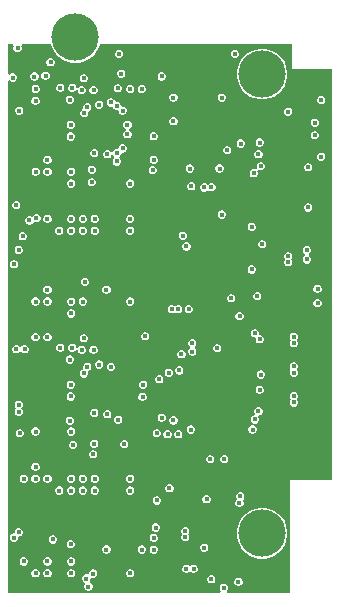
<source format=gbr>
G04*
G04 #@! TF.GenerationSoftware,Altium Limited,Altium Designer,24.9.1 (31)*
G04*
G04 Layer_Physical_Order=5*
G04 Layer_Color=3707366*
%FSLAX44Y44*%
%MOMM*%
G71*
G04*
G04 #@! TF.SameCoordinates,F6C7D1B7-5E70-41A8-93A8-01C2B61895AE*
G04*
G04*
G04 #@! TF.FilePolarity,Positive*
G04*
G01*
G75*
%ADD54C,4.0000*%
%ADD55C,0.4000*%
G36*
X240000Y443000D02*
X274000D01*
Y95000D01*
X239000D01*
Y0D01*
X185571D01*
X184950Y1500D01*
X185467Y2017D01*
X186000Y3304D01*
Y4696D01*
X185467Y5983D01*
X184483Y6967D01*
X183196Y7500D01*
X181804D01*
X180517Y6967D01*
X179533Y5983D01*
X179000Y4696D01*
Y3304D01*
X179533Y2017D01*
X180050Y1500D01*
X179429Y0D01*
X0D01*
Y432929D01*
X1500Y433550D01*
X2017Y433033D01*
X3304Y432500D01*
X4696D01*
X5983Y433033D01*
X6967Y434017D01*
X7500Y435304D01*
Y436696D01*
X6967Y437983D01*
X5983Y438967D01*
X4696Y439500D01*
X3304D01*
X2017Y438967D01*
X1500Y438450D01*
X0Y439071D01*
Y464000D01*
X3954D01*
X4210Y463759D01*
X4833Y462500D01*
X4500Y461696D01*
Y460304D01*
X5033Y459017D01*
X6017Y458033D01*
X7304Y457500D01*
X8696D01*
X9983Y458033D01*
X10967Y459017D01*
X11500Y460304D01*
Y461696D01*
X11167Y462500D01*
X11790Y463759D01*
X12046Y464000D01*
X36272D01*
X36326Y463729D01*
X37947Y459816D01*
X40300Y456295D01*
X43295Y453300D01*
X46816Y450947D01*
X50729Y449326D01*
X54882Y448500D01*
X59118D01*
X63271Y449326D01*
X67184Y450947D01*
X70705Y453300D01*
X73700Y456295D01*
X76053Y459816D01*
X77674Y463729D01*
X77728Y464000D01*
X240000D01*
Y443000D01*
D02*
G37*
%LPC*%
G36*
X192696Y459500D02*
X191304D01*
X190017Y458967D01*
X189033Y457983D01*
X188500Y456696D01*
Y455304D01*
X189033Y454017D01*
X190017Y453033D01*
X191304Y452500D01*
X192696D01*
X193983Y453033D01*
X194967Y454017D01*
X195500Y455304D01*
Y456696D01*
X194967Y457983D01*
X193983Y458967D01*
X192696Y459500D01*
D02*
G37*
G36*
X94696D02*
X93304D01*
X92017Y458967D01*
X91033Y457983D01*
X90500Y456696D01*
Y455304D01*
X91033Y454017D01*
X92017Y453033D01*
X93304Y452500D01*
X94696D01*
X95983Y453033D01*
X96967Y454017D01*
X97500Y455304D01*
Y456696D01*
X96967Y457983D01*
X95983Y458967D01*
X94696Y459500D01*
D02*
G37*
G36*
X36696Y452500D02*
X35304D01*
X34017Y451967D01*
X33033Y450983D01*
X32500Y449696D01*
Y448304D01*
X33033Y447017D01*
X34017Y446033D01*
X35304Y445500D01*
X36696D01*
X37983Y446033D01*
X38967Y447017D01*
X39500Y448304D01*
Y449696D01*
X38967Y450983D01*
X37983Y451967D01*
X36696Y452500D01*
D02*
G37*
G36*
X96440Y442818D02*
X95048D01*
X93762Y442285D01*
X92777Y441301D01*
X92244Y440014D01*
Y438622D01*
X92777Y437336D01*
X93762Y436351D01*
X95048Y435818D01*
X96440D01*
X97727Y436351D01*
X98712Y437336D01*
X99244Y438622D01*
Y440014D01*
X98712Y441301D01*
X97727Y442285D01*
X96440Y442818D01*
D02*
G37*
G36*
X32466Y441072D02*
X31074D01*
X29787Y440540D01*
X28803Y439555D01*
X28270Y438269D01*
Y436876D01*
X28803Y435590D01*
X29787Y434605D01*
X31074Y434072D01*
X32466D01*
X33752Y434605D01*
X34737Y435590D01*
X35270Y436876D01*
Y438269D01*
X34737Y439555D01*
X33752Y440540D01*
X32466Y441072D01*
D02*
G37*
G36*
X130696Y440500D02*
X129304D01*
X128017Y439967D01*
X127033Y438983D01*
X126500Y437696D01*
Y436304D01*
X127033Y435017D01*
X128017Y434033D01*
X129304Y433500D01*
X130696D01*
X131983Y434033D01*
X132967Y435017D01*
X133500Y436304D01*
Y437696D01*
X132967Y438983D01*
X131983Y439967D01*
X130696Y440500D01*
D02*
G37*
G36*
X23015Y440392D02*
X21623D01*
X20336Y439859D01*
X19352Y438874D01*
X18819Y437588D01*
Y436195D01*
X19352Y434909D01*
X20336Y433924D01*
X21623Y433392D01*
X23015D01*
X24302Y433924D01*
X25286Y434909D01*
X25819Y436195D01*
Y437588D01*
X25286Y438874D01*
X24302Y439859D01*
X23015Y440392D01*
D02*
G37*
G36*
X64893Y438854D02*
X63501D01*
X62215Y438322D01*
X61230Y437337D01*
X60697Y436051D01*
Y434658D01*
X61230Y433372D01*
X62215Y432387D01*
X63501Y431855D01*
X64893D01*
X66180Y432387D01*
X67164Y433372D01*
X67697Y434658D01*
Y436051D01*
X67164Y437337D01*
X66180Y438322D01*
X64893Y438854D01*
D02*
G37*
G36*
X44942Y430697D02*
X43549D01*
X42263Y430164D01*
X41278Y429180D01*
X40746Y427893D01*
Y426501D01*
X41278Y425215D01*
X42263Y424230D01*
X43549Y423697D01*
X44942D01*
X46228Y424230D01*
X47213Y425215D01*
X47745Y426501D01*
Y427893D01*
X47213Y429180D01*
X46228Y430164D01*
X44942Y430697D01*
D02*
G37*
G36*
X93696Y430500D02*
X92304D01*
X91017Y429967D01*
X90033Y428983D01*
X89500Y427696D01*
Y426304D01*
X90033Y425017D01*
X91017Y424033D01*
X92304Y423500D01*
X93696D01*
X94983Y424033D01*
X95967Y425017D01*
X96500Y426304D01*
Y427696D01*
X95967Y428983D01*
X94983Y429967D01*
X93696Y430500D01*
D02*
G37*
G36*
X114012Y429816D02*
X112620D01*
X111334Y429283D01*
X110349Y428299D01*
X109816Y427012D01*
Y425620D01*
X110349Y424333D01*
X111334Y423349D01*
X112620Y422816D01*
X114012D01*
X115299Y423349D01*
X116283Y424333D01*
X116816Y425620D01*
Y427012D01*
X116283Y428299D01*
X115299Y429283D01*
X114012Y429816D01*
D02*
G37*
G36*
X104012D02*
X102620D01*
X101334Y429283D01*
X100349Y428299D01*
X99816Y427012D01*
Y425620D01*
X100349Y424333D01*
X101334Y423349D01*
X102620Y422816D01*
X104012D01*
X105299Y423349D01*
X106283Y424333D01*
X106816Y425620D01*
Y427012D01*
X106283Y428299D01*
X105299Y429283D01*
X104012Y429816D01*
D02*
G37*
G36*
X24012D02*
X22620D01*
X21333Y429283D01*
X20349Y428299D01*
X19816Y427012D01*
Y425620D01*
X20349Y424333D01*
X21333Y423349D01*
X22620Y422816D01*
X24012D01*
X25299Y423349D01*
X26283Y424333D01*
X26816Y425620D01*
Y427012D01*
X26283Y428299D01*
X25299Y429283D01*
X24012Y429816D01*
D02*
G37*
G36*
X73051Y428903D02*
X71658D01*
X70372Y428370D01*
X69387Y427385D01*
X68854Y426099D01*
Y424707D01*
X69387Y423420D01*
X70372Y422436D01*
X71658Y421903D01*
X73051D01*
X74337Y422436D01*
X75322Y423420D01*
X75855Y424707D01*
Y426099D01*
X75322Y427385D01*
X74337Y428370D01*
X73051Y428903D01*
D02*
G37*
G36*
X54942Y430697D02*
X53549D01*
X52263Y430164D01*
X51278Y429180D01*
X50746Y427893D01*
Y426501D01*
X51278Y425215D01*
X52263Y424230D01*
X53549Y423697D01*
X54942D01*
X56228Y424230D01*
X57213Y425215D01*
X57354Y425557D01*
X58854Y425259D01*
Y424707D01*
X59387Y423420D01*
X60372Y422436D01*
X61658Y421903D01*
X63051D01*
X64337Y422436D01*
X65322Y423420D01*
X65855Y424707D01*
Y426099D01*
X65322Y427385D01*
X64337Y428370D01*
X63051Y428903D01*
X61658D01*
X60372Y428370D01*
X59387Y427385D01*
X59246Y427043D01*
X57745Y427341D01*
Y427893D01*
X57213Y429180D01*
X56228Y430164D01*
X54942Y430697D01*
D02*
G37*
G36*
X217118Y460500D02*
X212882D01*
X208729Y459674D01*
X204816Y458053D01*
X201295Y455700D01*
X198300Y452705D01*
X195947Y449184D01*
X194326Y445271D01*
X193500Y441118D01*
Y436882D01*
X194326Y432729D01*
X195947Y428816D01*
X198300Y425295D01*
X201295Y422300D01*
X204816Y419947D01*
X208729Y418326D01*
X212882Y417500D01*
X217118D01*
X221271Y418326D01*
X225184Y419947D01*
X228705Y422300D01*
X231700Y425295D01*
X234053Y428816D01*
X235674Y432729D01*
X236500Y436882D01*
Y441118D01*
X235674Y445271D01*
X234053Y449184D01*
X231700Y452705D01*
X228705Y455700D01*
X225184Y458053D01*
X221271Y459674D01*
X217118Y460500D01*
D02*
G37*
G36*
X181696Y422500D02*
X180304D01*
X179017Y421967D01*
X178033Y420983D01*
X177500Y419696D01*
Y418304D01*
X178033Y417017D01*
X179017Y416033D01*
X180304Y415500D01*
X181696D01*
X182983Y416033D01*
X183967Y417017D01*
X184500Y418304D01*
Y419696D01*
X183967Y420983D01*
X182983Y421967D01*
X181696Y422500D01*
D02*
G37*
G36*
X140696D02*
X139304D01*
X138017Y421967D01*
X137033Y420983D01*
X136500Y419696D01*
Y418304D01*
X137033Y417017D01*
X138017Y416033D01*
X139304Y415500D01*
X140696D01*
X141983Y416033D01*
X142967Y417017D01*
X143500Y418304D01*
Y419696D01*
X142967Y420983D01*
X141983Y421967D01*
X140696Y422500D01*
D02*
G37*
G36*
X53099Y420746D02*
X51707D01*
X50420Y420213D01*
X49436Y419228D01*
X48903Y417942D01*
Y416549D01*
X49436Y415263D01*
X50420Y414278D01*
X51707Y413745D01*
X53099D01*
X54385Y414278D01*
X55370Y415263D01*
X55903Y416549D01*
Y417942D01*
X55370Y419228D01*
X54385Y420213D01*
X53099Y420746D01*
D02*
G37*
G36*
X265696Y420500D02*
X264304D01*
X263017Y419967D01*
X262033Y418983D01*
X261500Y417696D01*
Y416304D01*
X262033Y415017D01*
X263017Y414033D01*
X264304Y413500D01*
X265696D01*
X266983Y414033D01*
X267967Y415017D01*
X268500Y416304D01*
Y417696D01*
X267967Y418983D01*
X266983Y419967D01*
X265696Y420500D01*
D02*
G37*
G36*
X23980Y419784D02*
X22588D01*
X21301Y419251D01*
X20317Y418266D01*
X19784Y416980D01*
Y415588D01*
X20317Y414301D01*
X21301Y413317D01*
X22588Y412784D01*
X23980D01*
X25266Y413317D01*
X26251Y414301D01*
X26784Y415588D01*
Y416980D01*
X26251Y418266D01*
X25266Y419251D01*
X23980Y419784D01*
D02*
G37*
G36*
X77696Y416500D02*
X76304D01*
X75017Y415967D01*
X74033Y414983D01*
X73500Y413696D01*
Y412304D01*
X74033Y411017D01*
X75017Y410033D01*
X76304Y409500D01*
X77696D01*
X78983Y410033D01*
X79967Y411017D01*
X80500Y412304D01*
Y413696D01*
X79967Y414983D01*
X78983Y415967D01*
X77696Y416500D01*
D02*
G37*
G36*
X87696Y418500D02*
X86304D01*
X85017Y417967D01*
X84033Y416983D01*
X83500Y415696D01*
Y414304D01*
X84033Y413017D01*
X85017Y412033D01*
X86304Y411500D01*
X87696D01*
X88011Y411630D01*
X88500Y411304D01*
X89033Y410017D01*
X90017Y409033D01*
X91304Y408500D01*
X92696D01*
X93500Y407304D01*
X94033Y406017D01*
X95017Y405033D01*
X96304Y404500D01*
X97696D01*
X98983Y405033D01*
X99967Y406017D01*
X100500Y407304D01*
Y408696D01*
X99967Y409983D01*
X98983Y410967D01*
X97696Y411500D01*
X96304D01*
X95500Y412696D01*
X94967Y413983D01*
X93983Y414967D01*
X92696Y415500D01*
X91304D01*
X90113Y416630D01*
X89967Y416983D01*
X88983Y417967D01*
X87696Y418500D01*
D02*
G37*
G36*
X10196Y411500D02*
X8804D01*
X7517Y410967D01*
X6533Y409983D01*
X6000Y408696D01*
Y407304D01*
X6533Y406017D01*
X7517Y405033D01*
X8804Y404500D01*
X10196D01*
X11483Y405033D01*
X12467Y406017D01*
X13000Y407304D01*
Y408696D01*
X12467Y409983D01*
X11483Y410967D01*
X10196Y411500D01*
D02*
G37*
G36*
X237696Y410500D02*
X236304D01*
X235017Y409967D01*
X234033Y408983D01*
X233500Y407696D01*
Y406304D01*
X234033Y405017D01*
X235017Y404033D01*
X236304Y403500D01*
X237696D01*
X238983Y404033D01*
X239967Y405017D01*
X240500Y406304D01*
Y407696D01*
X239967Y408983D01*
X238983Y409967D01*
X237696Y410500D01*
D02*
G37*
G36*
X67696Y414500D02*
X66304D01*
X65017Y413967D01*
X64033Y412983D01*
X63500Y411696D01*
Y410304D01*
X62458Y408900D01*
X62317Y408842D01*
X61333Y407858D01*
X60800Y406571D01*
Y405179D01*
X61333Y403893D01*
X62317Y402908D01*
X63604Y402375D01*
X64996D01*
X66283Y402908D01*
X67267Y403893D01*
X67800Y405179D01*
Y406571D01*
X68842Y407975D01*
X68983Y408033D01*
X69967Y409017D01*
X70500Y410304D01*
Y411696D01*
X69967Y412983D01*
X68983Y413967D01*
X67696Y414500D01*
D02*
G37*
G36*
X140696Y402500D02*
X139304D01*
X138017Y401967D01*
X137033Y400983D01*
X136500Y399696D01*
Y398304D01*
X137033Y397017D01*
X138017Y396033D01*
X139304Y395500D01*
X140696D01*
X141983Y396033D01*
X142967Y397017D01*
X143500Y398304D01*
Y399696D01*
X142967Y400983D01*
X141983Y401967D01*
X140696Y402500D01*
D02*
G37*
G36*
X260446Y401250D02*
X259054D01*
X257767Y400717D01*
X256783Y399733D01*
X256250Y398446D01*
Y397054D01*
X256783Y395767D01*
X257767Y394783D01*
X259054Y394250D01*
X260446D01*
X261733Y394783D01*
X262717Y395767D01*
X263250Y397054D01*
Y398446D01*
X262717Y399733D01*
X261733Y400717D01*
X260446Y401250D01*
D02*
G37*
G36*
X53696Y399500D02*
X52304D01*
X51017Y398967D01*
X50033Y397983D01*
X49500Y396696D01*
Y395304D01*
X50033Y394017D01*
X51017Y393033D01*
X52304Y392500D01*
X53696D01*
X54983Y393033D01*
X55967Y394017D01*
X56500Y395304D01*
Y396696D01*
X55967Y397983D01*
X54983Y398967D01*
X53696Y399500D01*
D02*
G37*
G36*
X101696Y399500D02*
X100304D01*
X99017Y398967D01*
X98033Y397983D01*
X97500Y396696D01*
Y395304D01*
X98033Y394017D01*
X99017Y393033D01*
X99551Y392812D01*
Y391188D01*
X99017Y390967D01*
X98033Y389983D01*
X97500Y388696D01*
Y387304D01*
X98033Y386017D01*
X99017Y385033D01*
X100304Y384500D01*
X101696D01*
X102983Y385033D01*
X103967Y386017D01*
X104500Y387304D01*
Y388696D01*
X103967Y389983D01*
X102983Y390967D01*
X102449Y391188D01*
Y392812D01*
X102983Y393033D01*
X103967Y394017D01*
X104500Y395304D01*
Y396696D01*
X103967Y397983D01*
X102983Y398967D01*
X101696Y399500D01*
D02*
G37*
G36*
X260483Y390777D02*
X259091D01*
X257804Y390244D01*
X256820Y389260D01*
X256287Y387974D01*
Y386581D01*
X256820Y385295D01*
X257804Y384310D01*
X259091Y383777D01*
X260483D01*
X261769Y384310D01*
X262754Y385295D01*
X263287Y386581D01*
Y387974D01*
X262754Y389260D01*
X261769Y390244D01*
X260483Y390777D01*
D02*
G37*
G36*
X124012Y389816D02*
X122620D01*
X121334Y389283D01*
X120349Y388299D01*
X119816Y387012D01*
Y385620D01*
X120349Y384333D01*
X121334Y383349D01*
X122620Y382816D01*
X124012D01*
X125299Y383349D01*
X126283Y384333D01*
X126816Y385620D01*
Y387012D01*
X126283Y388299D01*
X125299Y389283D01*
X124012Y389816D01*
D02*
G37*
G36*
X53696Y389500D02*
X52304D01*
X51017Y388967D01*
X50033Y387983D01*
X49500Y386696D01*
Y385304D01*
X50033Y384017D01*
X51017Y383033D01*
X52304Y382500D01*
X53696D01*
X54983Y383033D01*
X55967Y384017D01*
X56500Y385304D01*
Y386696D01*
X55967Y387983D01*
X54983Y388967D01*
X53696Y389500D01*
D02*
G37*
G36*
X213696Y384500D02*
X212304D01*
X211017Y383967D01*
X210033Y382983D01*
X209500Y381696D01*
Y380304D01*
X210033Y379017D01*
X211017Y378033D01*
X212304Y377500D01*
X213696D01*
X214983Y378033D01*
X215967Y379017D01*
X216500Y380304D01*
Y381696D01*
X215967Y382983D01*
X214983Y383967D01*
X213696Y384500D01*
D02*
G37*
G36*
X197696Y383584D02*
X196304D01*
X195017Y383051D01*
X194033Y382067D01*
X193500Y380780D01*
Y379388D01*
X194033Y378102D01*
X195017Y377117D01*
X196304Y376584D01*
X197696D01*
X198983Y377117D01*
X199967Y378102D01*
X200500Y379388D01*
Y380780D01*
X199967Y382067D01*
X198983Y383051D01*
X197696Y383584D01*
D02*
G37*
G36*
X97696Y379500D02*
X96304D01*
X95017Y378967D01*
X94033Y377983D01*
X93533Y376777D01*
X93386Y376527D01*
X92696Y375500D01*
X91304D01*
X90017Y374967D01*
X89033Y373983D01*
X88605Y372949D01*
X87697Y372753D01*
X87043Y372800D01*
X86967Y372983D01*
X85983Y373967D01*
X84696Y374500D01*
X83304D01*
X82017Y373967D01*
X81033Y372983D01*
X80500Y371696D01*
Y370304D01*
X81033Y369017D01*
X82017Y368033D01*
X83304Y367500D01*
X84696D01*
X85983Y368033D01*
X86967Y369017D01*
X87395Y370051D01*
X88303Y370247D01*
X88957Y370200D01*
X89033Y370017D01*
X89623Y369427D01*
X89873Y368500D01*
X89623Y367573D01*
X89033Y366983D01*
X88500Y365696D01*
Y364304D01*
X89033Y363017D01*
X90017Y362033D01*
X91304Y361500D01*
X92696D01*
X93983Y362033D01*
X94967Y363017D01*
X95500Y364304D01*
Y365696D01*
X94967Y366983D01*
X94377Y367573D01*
X94127Y368500D01*
X94377Y369427D01*
X94967Y370017D01*
X95467Y371223D01*
X95614Y371473D01*
X96304Y372500D01*
X97696D01*
X98983Y373033D01*
X99967Y374017D01*
X100500Y375304D01*
Y376696D01*
X99967Y377983D01*
X98983Y378967D01*
X97696Y379500D01*
D02*
G37*
G36*
X186058Y378138D02*
X184665D01*
X183379Y377606D01*
X182394Y376621D01*
X181862Y375335D01*
Y373942D01*
X182394Y372656D01*
X183379Y371671D01*
X184665Y371138D01*
X186058D01*
X187344Y371671D01*
X188329Y372656D01*
X188862Y373942D01*
Y375335D01*
X188329Y376621D01*
X187344Y377606D01*
X186058Y378138D01*
D02*
G37*
G36*
X73696Y375500D02*
X72304D01*
X71017Y374967D01*
X70033Y373983D01*
X69500Y372696D01*
Y371304D01*
X70033Y370017D01*
X71017Y369033D01*
X72304Y368500D01*
X73696D01*
X74983Y369033D01*
X75967Y370017D01*
X76500Y371304D01*
Y372696D01*
X75967Y373983D01*
X74983Y374967D01*
X73696Y375500D01*
D02*
G37*
G36*
X212696Y374500D02*
X211304D01*
X210017Y373967D01*
X209033Y372983D01*
X208500Y371696D01*
Y370304D01*
X209033Y369017D01*
X210017Y368033D01*
X211304Y367500D01*
X212696D01*
X213983Y368033D01*
X214967Y369017D01*
X215500Y370304D01*
Y371696D01*
X214967Y372983D01*
X213983Y373967D01*
X212696Y374500D01*
D02*
G37*
G36*
X265696Y372500D02*
X264304D01*
X263017Y371967D01*
X262033Y370983D01*
X261500Y369696D01*
Y368304D01*
X262033Y367017D01*
X263017Y366033D01*
X264304Y365500D01*
X265696D01*
X266983Y366033D01*
X267967Y367017D01*
X268500Y368304D01*
Y369696D01*
X267967Y370983D01*
X266983Y371967D01*
X265696Y372500D01*
D02*
G37*
G36*
X33980Y369816D02*
X32588D01*
X31301Y369283D01*
X30317Y368299D01*
X29784Y367012D01*
Y365620D01*
X30317Y364333D01*
X31301Y363349D01*
X32588Y362816D01*
X33980D01*
X35266Y363349D01*
X36251Y364333D01*
X36784Y365620D01*
Y367012D01*
X36251Y368299D01*
X35266Y369283D01*
X33980Y369816D01*
D02*
G37*
G36*
X124012Y369784D02*
X122620D01*
X121334Y369251D01*
X120349Y368266D01*
X119816Y366980D01*
Y365588D01*
X120349Y364301D01*
X121334Y363317D01*
X122620Y362784D01*
X124012D01*
X125299Y363317D01*
X126283Y364301D01*
X126816Y365588D01*
Y366980D01*
X126283Y368266D01*
X125299Y369251D01*
X124012Y369784D01*
D02*
G37*
G36*
X214696Y364500D02*
X213304D01*
X212017Y363967D01*
X211033Y362983D01*
X210500Y361696D01*
Y360304D01*
X211033Y359017D01*
X209982Y357967D01*
X208696Y358500D01*
X207304D01*
X206017Y357967D01*
X205033Y356983D01*
X204500Y355696D01*
Y354304D01*
X205033Y353017D01*
X206017Y352033D01*
X207304Y351500D01*
X208696D01*
X209983Y352033D01*
X210967Y353017D01*
X211500Y354304D01*
Y355696D01*
X210967Y356982D01*
X212017Y358033D01*
X213304Y357500D01*
X214696D01*
X215983Y358033D01*
X216967Y359017D01*
X217500Y360304D01*
Y361696D01*
X216967Y362983D01*
X215983Y363967D01*
X214696Y364500D01*
D02*
G37*
G36*
X254696Y363500D02*
X253304D01*
X252017Y362967D01*
X251033Y361983D01*
X250500Y360696D01*
Y359304D01*
X251033Y358017D01*
X252017Y357033D01*
X253304Y356500D01*
X254696D01*
X255983Y357033D01*
X256967Y358017D01*
X257500Y359304D01*
Y360696D01*
X256967Y361983D01*
X255983Y362967D01*
X254696Y363500D01*
D02*
G37*
G36*
X179696Y362500D02*
X178304D01*
X177017Y361967D01*
X176033Y360983D01*
X175500Y359696D01*
Y358304D01*
X176033Y357017D01*
X177017Y356033D01*
X178304Y355500D01*
X179696D01*
X180983Y356033D01*
X181967Y357017D01*
X182500Y358304D01*
Y359696D01*
X181967Y360983D01*
X180983Y361967D01*
X179696Y362500D01*
D02*
G37*
G36*
X154696D02*
X153304D01*
X152017Y361967D01*
X151033Y360983D01*
X150500Y359696D01*
Y358304D01*
X151033Y357017D01*
X152017Y356033D01*
X153304Y355500D01*
X154696D01*
X155983Y356033D01*
X156967Y357017D01*
X157500Y358304D01*
Y359696D01*
X156967Y360983D01*
X155983Y361967D01*
X154696Y362500D01*
D02*
G37*
G36*
X71696Y361500D02*
X70304D01*
X69017Y360967D01*
X68033Y359983D01*
X67500Y358696D01*
Y357304D01*
X68033Y356017D01*
X69017Y355033D01*
X70304Y354500D01*
X71696D01*
X72983Y355033D01*
X73967Y356017D01*
X74500Y357304D01*
Y358696D01*
X73967Y359983D01*
X72983Y360967D01*
X71696Y361500D01*
D02*
G37*
G36*
X123132Y361223D02*
X121740D01*
X120453Y360690D01*
X119469Y359706D01*
X118936Y358419D01*
Y357027D01*
X119469Y355741D01*
X120453Y354756D01*
X121740Y354223D01*
X123132D01*
X124418Y354756D01*
X125403Y355741D01*
X125936Y357027D01*
Y358419D01*
X125403Y359706D01*
X124418Y360690D01*
X123132Y361223D01*
D02*
G37*
G36*
X33980Y359816D02*
X32588D01*
X31301Y359283D01*
X30317Y358299D01*
X29784Y357012D01*
Y355620D01*
X30317Y354333D01*
X31301Y353349D01*
X32588Y352816D01*
X33980D01*
X35266Y353349D01*
X36251Y354333D01*
X36784Y355620D01*
Y357012D01*
X36251Y358299D01*
X35266Y359283D01*
X33980Y359816D01*
D02*
G37*
G36*
X53980Y359784D02*
X52588D01*
X51301Y359251D01*
X50317Y358266D01*
X49784Y356980D01*
Y355588D01*
X50317Y354301D01*
X51301Y353317D01*
X52588Y352784D01*
X53980D01*
X55266Y353317D01*
X56251Y354301D01*
X56784Y355588D01*
Y356980D01*
X56251Y358266D01*
X55266Y359251D01*
X53980Y359784D01*
D02*
G37*
G36*
X24012D02*
X22620D01*
X21333Y359251D01*
X20349Y358266D01*
X19816Y356980D01*
Y355588D01*
X20349Y354301D01*
X21333Y353317D01*
X22620Y352784D01*
X24012D01*
X25299Y353317D01*
X26283Y354301D01*
X26816Y355588D01*
Y356980D01*
X26283Y358266D01*
X25299Y359251D01*
X24012Y359784D01*
D02*
G37*
G36*
X172866Y346822D02*
X171474D01*
X170187Y346289D01*
X169203Y345304D01*
X167983Y345967D01*
X166696Y346500D01*
X165304D01*
X164017Y345967D01*
X163033Y344983D01*
X162500Y343696D01*
Y342304D01*
X163033Y341017D01*
X164017Y340033D01*
X165304Y339500D01*
X166696D01*
X167983Y340033D01*
X168967Y341017D01*
X170187Y340355D01*
X171474Y339822D01*
X172866D01*
X174153Y340355D01*
X175137Y341339D01*
X175670Y342626D01*
Y344018D01*
X175137Y345304D01*
X174153Y346289D01*
X172866Y346822D01*
D02*
G37*
G36*
X71661Y351035D02*
X70268D01*
X68982Y350503D01*
X67997Y349518D01*
X67464Y348232D01*
Y346839D01*
X67997Y345553D01*
X68982Y344568D01*
X70268Y344035D01*
X71661D01*
X72947Y344568D01*
X73932Y345553D01*
X74464Y346839D01*
Y348232D01*
X73932Y349518D01*
X72947Y350503D01*
X71661Y351035D01*
D02*
G37*
G36*
X103980Y349784D02*
X102588D01*
X101301Y349251D01*
X100317Y348266D01*
X99784Y346980D01*
Y345588D01*
X100317Y344301D01*
X101301Y343317D01*
X102588Y342784D01*
X103980D01*
X105267Y343317D01*
X106251Y344301D01*
X106784Y345588D01*
Y346980D01*
X106251Y348266D01*
X105267Y349251D01*
X103980Y349784D01*
D02*
G37*
G36*
X53980D02*
X52588D01*
X51301Y349251D01*
X50317Y348266D01*
X49784Y346980D01*
Y345588D01*
X50317Y344301D01*
X51301Y343317D01*
X52588Y342784D01*
X53980D01*
X55266Y343317D01*
X56251Y344301D01*
X56784Y345588D01*
Y346980D01*
X56251Y348266D01*
X55266Y349251D01*
X53980Y349784D01*
D02*
G37*
G36*
X155696Y347500D02*
X154304D01*
X153017Y346967D01*
X152033Y345983D01*
X151500Y344696D01*
Y343304D01*
X152033Y342017D01*
X153017Y341033D01*
X154304Y340500D01*
X155696D01*
X156983Y341033D01*
X157967Y342017D01*
X158500Y343304D01*
Y344696D01*
X157967Y345983D01*
X156983Y346967D01*
X155696Y347500D01*
D02*
G37*
G36*
X7696Y331500D02*
X6304D01*
X5017Y330967D01*
X4033Y329983D01*
X3500Y328696D01*
Y327304D01*
X4033Y326017D01*
X5017Y325033D01*
X6304Y324500D01*
X7696D01*
X8983Y325033D01*
X9967Y326017D01*
X10500Y327304D01*
Y328696D01*
X9967Y329983D01*
X8983Y330967D01*
X7696Y331500D01*
D02*
G37*
G36*
X254696Y329500D02*
X253304D01*
X252017Y328967D01*
X251033Y327983D01*
X250500Y326696D01*
Y325304D01*
X251033Y324017D01*
X252017Y323033D01*
X253304Y322500D01*
X254696D01*
X255983Y323033D01*
X256967Y324017D01*
X257500Y325304D01*
Y326696D01*
X256967Y327983D01*
X255983Y328967D01*
X254696Y329500D01*
D02*
G37*
G36*
X24696Y320500D02*
X23304D01*
X22017Y319967D01*
X21033Y318983D01*
X19983Y317967D01*
X18696Y318500D01*
X17304D01*
X16017Y317967D01*
X15033Y316983D01*
X14500Y315696D01*
Y314304D01*
X15033Y313017D01*
X16017Y312033D01*
X17304Y311500D01*
X18696D01*
X19983Y312033D01*
X20967Y313017D01*
X22017Y314033D01*
X23304Y313500D01*
X24696D01*
X25983Y314033D01*
X26967Y315017D01*
X27500Y316304D01*
Y317696D01*
X26967Y318983D01*
X25983Y319967D01*
X24696Y320500D01*
D02*
G37*
G36*
X181696Y323500D02*
X180304D01*
X179017Y322967D01*
X178033Y321983D01*
X177500Y320696D01*
Y319304D01*
X178033Y318017D01*
X179017Y317033D01*
X180304Y316500D01*
X181696D01*
X182983Y317033D01*
X183967Y318017D01*
X184500Y319304D01*
Y320696D01*
X183967Y321983D01*
X182983Y322967D01*
X181696Y323500D01*
D02*
G37*
G36*
X34012Y319816D02*
X32620D01*
X31333Y319283D01*
X30349Y318299D01*
X29816Y317012D01*
Y315620D01*
X30349Y314333D01*
X31333Y313349D01*
X32620Y312816D01*
X34012D01*
X35299Y313349D01*
X36283Y314333D01*
X36816Y315620D01*
Y317012D01*
X36283Y318299D01*
X35299Y319283D01*
X34012Y319816D01*
D02*
G37*
G36*
X74012Y319784D02*
X72620D01*
X71333Y319251D01*
X70349Y318267D01*
X69816Y316980D01*
Y315588D01*
X70349Y314301D01*
X71333Y313317D01*
X72620Y312784D01*
X74012D01*
X75299Y313317D01*
X76283Y314301D01*
X76816Y315588D01*
Y316980D01*
X76283Y318267D01*
X75299Y319251D01*
X74012Y319784D01*
D02*
G37*
G36*
X64012D02*
X62620D01*
X61333Y319251D01*
X60349Y318267D01*
X59816Y316980D01*
Y315588D01*
X60349Y314301D01*
X61333Y313317D01*
X62620Y312784D01*
X64012D01*
X65299Y313317D01*
X66283Y314301D01*
X66816Y315588D01*
Y316980D01*
X66283Y318267D01*
X65299Y319251D01*
X64012Y319784D01*
D02*
G37*
G36*
X54012D02*
X52620D01*
X51333Y319251D01*
X50349Y318267D01*
X49816Y316980D01*
Y315588D01*
X50349Y314301D01*
X51333Y313317D01*
X52620Y312784D01*
X54012D01*
X55299Y313317D01*
X56283Y314301D01*
X56816Y315588D01*
Y316980D01*
X56283Y318267D01*
X55299Y319251D01*
X54012Y319784D01*
D02*
G37*
G36*
X103980Y319784D02*
X102588D01*
X101301Y319251D01*
X100317Y318267D01*
X99784Y316980D01*
Y315588D01*
X100317Y314301D01*
X101301Y313317D01*
X102588Y312784D01*
X103980D01*
X105267Y313317D01*
X106251Y314301D01*
X106784Y315588D01*
Y316980D01*
X106251Y318267D01*
X105267Y319251D01*
X103980Y319784D01*
D02*
G37*
G36*
X206946Y313000D02*
X205554D01*
X204267Y312467D01*
X203283Y311483D01*
X202750Y310196D01*
Y308804D01*
X203283Y307517D01*
X204267Y306533D01*
X205554Y306000D01*
X206946D01*
X208232Y306533D01*
X209217Y307517D01*
X209750Y308804D01*
Y310196D01*
X209217Y311483D01*
X208232Y312467D01*
X206946Y313000D01*
D02*
G37*
G36*
X74012Y309784D02*
X72620D01*
X71333Y309251D01*
X70349Y308267D01*
X69816Y306980D01*
Y305588D01*
X70349Y304301D01*
X71333Y303317D01*
X72620Y302784D01*
X74012D01*
X75299Y303317D01*
X76283Y304301D01*
X76816Y305588D01*
Y306980D01*
X76283Y308267D01*
X75299Y309251D01*
X74012Y309784D01*
D02*
G37*
G36*
X64012D02*
X62620D01*
X61333Y309251D01*
X60349Y308267D01*
X59816Y306980D01*
Y305588D01*
X60349Y304301D01*
X61333Y303317D01*
X62620Y302784D01*
X64012D01*
X65299Y303317D01*
X66283Y304301D01*
X66816Y305588D01*
Y306980D01*
X66283Y308267D01*
X65299Y309251D01*
X64012Y309784D01*
D02*
G37*
G36*
X54012D02*
X52620D01*
X51333Y309251D01*
X50349Y308267D01*
X49816Y306980D01*
Y305588D01*
X50349Y304301D01*
X51333Y303317D01*
X52620Y302784D01*
X54012D01*
X55299Y303317D01*
X56283Y304301D01*
X56816Y305588D01*
Y306980D01*
X56283Y308267D01*
X55299Y309251D01*
X54012Y309784D01*
D02*
G37*
G36*
X103980Y309784D02*
X102588D01*
X101301Y309251D01*
X100317Y308267D01*
X99784Y306980D01*
Y305588D01*
X100317Y304301D01*
X101301Y303317D01*
X102588Y302784D01*
X103980D01*
X105267Y303317D01*
X106251Y304301D01*
X106784Y305588D01*
Y306980D01*
X106251Y308267D01*
X105267Y309251D01*
X103980Y309784D01*
D02*
G37*
G36*
X44012D02*
X42620D01*
X41333Y309251D01*
X40349Y308267D01*
X39816Y306980D01*
Y305588D01*
X40349Y304301D01*
X41333Y303317D01*
X42620Y302784D01*
X44012D01*
X45299Y303317D01*
X46283Y304301D01*
X46816Y305588D01*
Y306980D01*
X46283Y308267D01*
X45299Y309251D01*
X44012Y309784D01*
D02*
G37*
G36*
X148696Y305500D02*
X147304D01*
X146017Y304967D01*
X145033Y303983D01*
X144500Y302696D01*
Y301304D01*
X145033Y300017D01*
X146017Y299033D01*
X147304Y298500D01*
X148696D01*
X149983Y299033D01*
X150967Y300017D01*
X151500Y301304D01*
Y302696D01*
X150967Y303983D01*
X149983Y304967D01*
X148696Y305500D01*
D02*
G37*
G36*
X13144Y305049D02*
X11752D01*
X10466Y304516D01*
X9481Y303532D01*
X8948Y302245D01*
Y300853D01*
X9481Y299566D01*
X10466Y298582D01*
X11752Y298049D01*
X13144D01*
X14431Y298582D01*
X15415Y299566D01*
X15948Y300853D01*
Y302245D01*
X15415Y303532D01*
X14431Y304516D01*
X13144Y305049D01*
D02*
G37*
G36*
X215696Y298500D02*
X214304D01*
X213017Y297967D01*
X212033Y296983D01*
X211500Y295696D01*
Y294304D01*
X212033Y293017D01*
X213017Y292033D01*
X214304Y291500D01*
X215696D01*
X216983Y292033D01*
X217967Y293017D01*
X218500Y294304D01*
Y295696D01*
X217967Y296983D01*
X216983Y297967D01*
X215696Y298500D01*
D02*
G37*
G36*
X151696Y296500D02*
X150304D01*
X149017Y295967D01*
X148033Y294983D01*
X147500Y293696D01*
Y292304D01*
X148033Y291017D01*
X149017Y290033D01*
X150304Y289500D01*
X151696D01*
X152983Y290033D01*
X153967Y291017D01*
X154500Y292304D01*
Y293696D01*
X153967Y294983D01*
X152983Y295967D01*
X151696Y296500D01*
D02*
G37*
G36*
X9696Y293500D02*
X8304D01*
X7017Y292967D01*
X6033Y291983D01*
X5500Y290696D01*
Y289304D01*
X6033Y288017D01*
X7017Y287033D01*
X8304Y286500D01*
X9696D01*
X10983Y287033D01*
X11967Y288017D01*
X12500Y289304D01*
Y290696D01*
X11967Y291983D01*
X10983Y292967D01*
X9696Y293500D01*
D02*
G37*
G36*
X253696D02*
X252304D01*
X251017Y292967D01*
X250033Y291983D01*
X249500Y290696D01*
Y289304D01*
X250033Y288017D01*
X251017Y287033D01*
X251551Y286812D01*
Y285188D01*
X251017Y284967D01*
X250033Y283983D01*
X249500Y282696D01*
Y281304D01*
X250033Y280017D01*
X251017Y279033D01*
X252304Y278500D01*
X253696D01*
X254983Y279033D01*
X255967Y280017D01*
X256500Y281304D01*
Y282696D01*
X255967Y283983D01*
X254983Y284967D01*
X254449Y285188D01*
Y286812D01*
X254983Y287033D01*
X255967Y288017D01*
X256500Y289304D01*
Y290696D01*
X255967Y291983D01*
X254983Y292967D01*
X253696Y293500D01*
D02*
G37*
G36*
X237714Y288150D02*
X236322D01*
X235035Y287617D01*
X234051Y286633D01*
X233518Y285346D01*
Y283954D01*
X234051Y282668D01*
X234575Y282143D01*
X234116Y281685D01*
X233584Y280398D01*
Y279006D01*
X234116Y277719D01*
X235101Y276735D01*
X236388Y276202D01*
X237780D01*
X239066Y276735D01*
X240051Y277719D01*
X240584Y279006D01*
Y280398D01*
X240051Y281685D01*
X239527Y282209D01*
X239985Y282668D01*
X240518Y283954D01*
Y285346D01*
X239985Y286633D01*
X239000Y287617D01*
X237714Y288150D01*
D02*
G37*
G36*
X5696Y281500D02*
X4304D01*
X3017Y280967D01*
X2033Y279983D01*
X1500Y278696D01*
Y277304D01*
X2033Y276017D01*
X3017Y275033D01*
X4304Y274500D01*
X5696D01*
X6983Y275033D01*
X7967Y276017D01*
X8500Y277304D01*
Y278696D01*
X7967Y279983D01*
X6983Y280967D01*
X5696Y281500D01*
D02*
G37*
G36*
X206946Y277000D02*
X205554D01*
X204267Y276467D01*
X203283Y275483D01*
X202750Y274196D01*
Y272804D01*
X203283Y271517D01*
X204267Y270533D01*
X205554Y270000D01*
X206946D01*
X208232Y270533D01*
X209217Y271517D01*
X209750Y272804D01*
Y274196D01*
X209217Y275483D01*
X208232Y276467D01*
X206946Y277000D01*
D02*
G37*
G36*
X65696Y266500D02*
X64304D01*
X63017Y265967D01*
X62033Y264983D01*
X61500Y263696D01*
Y262304D01*
X62033Y261017D01*
X63017Y260033D01*
X64304Y259500D01*
X65696D01*
X66983Y260033D01*
X67967Y261017D01*
X68500Y262304D01*
Y263696D01*
X67967Y264983D01*
X66983Y265967D01*
X65696Y266500D01*
D02*
G37*
G36*
X262696Y260500D02*
X261304D01*
X260017Y259967D01*
X259033Y258983D01*
X258500Y257696D01*
Y256304D01*
X259033Y255017D01*
X260017Y254033D01*
X261304Y253500D01*
X262696D01*
X263983Y254033D01*
X264967Y255017D01*
X265500Y256304D01*
Y257696D01*
X264967Y258983D01*
X263983Y259967D01*
X262696Y260500D01*
D02*
G37*
G36*
X83980Y259816D02*
X82588D01*
X81301Y259283D01*
X80317Y258299D01*
X79784Y257012D01*
Y255620D01*
X80317Y254333D01*
X81301Y253349D01*
X82588Y252816D01*
X83980D01*
X85267Y253349D01*
X86251Y254333D01*
X86784Y255620D01*
Y257012D01*
X86251Y258299D01*
X85267Y259283D01*
X83980Y259816D01*
D02*
G37*
G36*
X33980D02*
X32588D01*
X31301Y259283D01*
X30317Y258299D01*
X29784Y257012D01*
Y255620D01*
X30317Y254333D01*
X31301Y253349D01*
X32588Y252816D01*
X33980D01*
X35266Y253349D01*
X36251Y254333D01*
X36784Y255620D01*
Y257012D01*
X36251Y258299D01*
X35266Y259283D01*
X33980Y259816D01*
D02*
G37*
G36*
X211696Y254500D02*
X210304D01*
X209017Y253967D01*
X208033Y252983D01*
X207500Y251696D01*
Y250304D01*
X208033Y249017D01*
X209017Y248033D01*
X210304Y247500D01*
X211696D01*
X212983Y248033D01*
X213967Y249017D01*
X214500Y250304D01*
Y251696D01*
X213967Y252983D01*
X212983Y253967D01*
X211696Y254500D01*
D02*
G37*
G36*
X189496Y252728D02*
X188104D01*
X186817Y252195D01*
X185833Y251211D01*
X185300Y249924D01*
Y248532D01*
X185833Y247245D01*
X186817Y246261D01*
X188104Y245728D01*
X189496D01*
X190783Y246261D01*
X191767Y247245D01*
X192300Y248532D01*
Y249924D01*
X191767Y251211D01*
X190783Y252195D01*
X189496Y252728D01*
D02*
G37*
G36*
X104012Y249816D02*
X102620D01*
X101334Y249283D01*
X100349Y248299D01*
X99816Y247012D01*
Y245620D01*
X100349Y244333D01*
X101334Y243349D01*
X102620Y242816D01*
X104012D01*
X105299Y243349D01*
X106283Y244333D01*
X106816Y245620D01*
Y247012D01*
X106283Y248299D01*
X105299Y249283D01*
X104012Y249816D01*
D02*
G37*
G36*
X63980D02*
X62588D01*
X61301Y249283D01*
X60317Y248299D01*
X59784Y247012D01*
Y245620D01*
X60317Y244333D01*
X61301Y243349D01*
X62588Y242816D01*
X63980D01*
X65266Y243349D01*
X66251Y244333D01*
X66784Y245620D01*
Y247012D01*
X66251Y248299D01*
X65266Y249283D01*
X63980Y249816D01*
D02*
G37*
G36*
X33980D02*
X32588D01*
X31301Y249283D01*
X30317Y248299D01*
X29784Y247012D01*
Y245620D01*
X30317Y244333D01*
X31301Y243349D01*
X32588Y242816D01*
X33980D01*
X35266Y243349D01*
X36251Y244333D01*
X36784Y245620D01*
Y247012D01*
X36251Y248299D01*
X35266Y249283D01*
X33980Y249816D01*
D02*
G37*
G36*
X23980D02*
X22588D01*
X21301Y249283D01*
X20317Y248299D01*
X19784Y247012D01*
Y245620D01*
X20317Y244333D01*
X21301Y243349D01*
X22588Y242816D01*
X23980D01*
X25266Y243349D01*
X26251Y244333D01*
X26784Y245620D01*
Y247012D01*
X26251Y248299D01*
X25266Y249283D01*
X23980Y249816D01*
D02*
G37*
G36*
X53980Y249784D02*
X52588D01*
X51301Y249251D01*
X50317Y248267D01*
X49784Y246980D01*
Y245588D01*
X50317Y244301D01*
X51301Y243317D01*
X52588Y242784D01*
X53980D01*
X55266Y243317D01*
X56251Y244301D01*
X56784Y245588D01*
Y246980D01*
X56251Y248267D01*
X55266Y249251D01*
X53980Y249784D01*
D02*
G37*
G36*
X144696Y243500D02*
X143304D01*
X142017Y242967D01*
X141250Y242200D01*
X140483Y242967D01*
X139196Y243500D01*
X137804D01*
X136517Y242967D01*
X135533Y241983D01*
X135000Y240696D01*
Y239304D01*
X135533Y238017D01*
X136517Y237033D01*
X137804Y236500D01*
X139196D01*
X140483Y237033D01*
X141250Y237800D01*
X142017Y237033D01*
X143304Y236500D01*
X144696D01*
X145983Y237033D01*
X146967Y238017D01*
X147500Y239304D01*
Y240696D01*
X146967Y241983D01*
X145983Y242967D01*
X144696Y243500D01*
D02*
G37*
G36*
X262696Y248500D02*
X261304D01*
X260017Y247967D01*
X259033Y246983D01*
X258500Y245696D01*
Y244304D01*
X259033Y243017D01*
X260017Y242033D01*
X261304Y241500D01*
X262696D01*
X263983Y242033D01*
X264967Y243017D01*
X265500Y244304D01*
Y245696D01*
X264967Y246983D01*
X263983Y247967D01*
X262696Y248500D01*
D02*
G37*
G36*
X153696Y243500D02*
X152304D01*
X151017Y242967D01*
X150033Y241983D01*
X149500Y240696D01*
Y239304D01*
X150033Y238017D01*
X151017Y237033D01*
X152304Y236500D01*
X153696D01*
X154983Y237033D01*
X155967Y238017D01*
X156500Y239304D01*
Y240696D01*
X155967Y241983D01*
X154983Y242967D01*
X153696Y243500D01*
D02*
G37*
G36*
X53980Y239784D02*
X52588D01*
X51301Y239251D01*
X50317Y238267D01*
X49784Y236980D01*
Y235588D01*
X50317Y234301D01*
X51301Y233317D01*
X52588Y232784D01*
X53980D01*
X55266Y233317D01*
X56251Y234301D01*
X56784Y235588D01*
Y236980D01*
X56251Y238267D01*
X55266Y239251D01*
X53980Y239784D01*
D02*
G37*
G36*
X196696Y237500D02*
X195304D01*
X194017Y236967D01*
X193033Y235983D01*
X192500Y234696D01*
Y233304D01*
X193033Y232017D01*
X194017Y231033D01*
X195304Y230500D01*
X196696D01*
X197983Y231033D01*
X198967Y232017D01*
X199500Y233304D01*
Y234696D01*
X198967Y235983D01*
X197983Y236967D01*
X196696Y237500D01*
D02*
G37*
G36*
X116696Y220500D02*
X115304D01*
X114017Y219967D01*
X113033Y218983D01*
X112500Y217696D01*
Y216304D01*
X113033Y215017D01*
X114017Y214033D01*
X115304Y213500D01*
X116696D01*
X117983Y214033D01*
X118967Y215017D01*
X119500Y216304D01*
Y217696D01*
X118967Y218983D01*
X117983Y219967D01*
X116696Y220500D01*
D02*
G37*
G36*
X33980Y219816D02*
X32588D01*
X31301Y219283D01*
X30317Y218299D01*
X29784Y217012D01*
Y215620D01*
X30317Y214333D01*
X31301Y213349D01*
X32588Y212816D01*
X33980D01*
X35266Y213349D01*
X36251Y214333D01*
X36784Y215620D01*
Y217012D01*
X36251Y218299D01*
X35266Y219283D01*
X33980Y219816D01*
D02*
G37*
G36*
X23980D02*
X22588D01*
X21301Y219283D01*
X20317Y218299D01*
X19784Y217012D01*
Y215620D01*
X20317Y214333D01*
X21301Y213349D01*
X22588Y212816D01*
X23980D01*
X25266Y213349D01*
X26251Y214333D01*
X26784Y215620D01*
Y217012D01*
X26251Y218299D01*
X25266Y219283D01*
X23980Y219816D01*
D02*
G37*
G36*
X64893Y218855D02*
X63501D01*
X62215Y218322D01*
X61230Y217337D01*
X60697Y216051D01*
Y214658D01*
X61230Y213372D01*
X62215Y212387D01*
X63501Y211854D01*
X64893D01*
X66180Y212387D01*
X67164Y213372D01*
X67697Y214658D01*
Y216051D01*
X67164Y217337D01*
X66180Y218322D01*
X64893Y218855D01*
D02*
G37*
G36*
X209696Y223000D02*
X208304D01*
X207017Y222467D01*
X206033Y221483D01*
X205500Y220196D01*
Y218804D01*
X206033Y217517D01*
X207017Y216533D01*
X208304Y216000D01*
X209500Y215196D01*
Y213804D01*
X210033Y212517D01*
X211017Y211533D01*
X212304Y211000D01*
X213696D01*
X214983Y211533D01*
X215967Y212517D01*
X216500Y213804D01*
Y215196D01*
X215967Y216483D01*
X214983Y217467D01*
X213696Y218000D01*
X212500Y218804D01*
Y220196D01*
X211967Y221483D01*
X210983Y222467D01*
X209696Y223000D01*
D02*
G37*
G36*
X14696Y209500D02*
X13304D01*
X12017Y208967D01*
X11427Y208377D01*
X10500Y208127D01*
X9573Y208377D01*
X8983Y208967D01*
X7696Y209500D01*
X6304D01*
X5017Y208967D01*
X4033Y207983D01*
X3500Y206696D01*
Y205304D01*
X4033Y204017D01*
X5017Y203033D01*
X6304Y202500D01*
X7696D01*
X8983Y203033D01*
X9573Y203623D01*
X10500Y203873D01*
X11427Y203623D01*
X12017Y203033D01*
X13304Y202500D01*
X14696D01*
X15983Y203033D01*
X16967Y204017D01*
X17500Y205304D01*
Y206696D01*
X16967Y207983D01*
X15983Y208967D01*
X14696Y209500D01*
D02*
G37*
G36*
X242696Y220000D02*
X241304D01*
X240017Y219467D01*
X239033Y218483D01*
X238500Y217196D01*
Y215804D01*
X239033Y214517D01*
X239800Y213750D01*
X239033Y212983D01*
X238500Y211696D01*
Y210304D01*
X239033Y209017D01*
X240017Y208033D01*
X241304Y207500D01*
X242696D01*
X243983Y208033D01*
X244967Y209017D01*
X245500Y210304D01*
Y211696D01*
X244967Y212983D01*
X244200Y213750D01*
X244967Y214517D01*
X245500Y215804D01*
Y217196D01*
X244967Y218483D01*
X243983Y219467D01*
X242696Y220000D01*
D02*
G37*
G36*
X44942Y210697D02*
X43549D01*
X42263Y210164D01*
X41278Y209180D01*
X40746Y207893D01*
Y206501D01*
X41278Y205215D01*
X42263Y204230D01*
X43549Y203697D01*
X44942D01*
X46228Y204230D01*
X47213Y205215D01*
X47745Y206501D01*
Y207893D01*
X47213Y209180D01*
X46228Y210164D01*
X44942Y210697D01*
D02*
G37*
G36*
X177696Y210500D02*
X176304D01*
X175017Y209967D01*
X174033Y208983D01*
X173500Y207696D01*
Y206304D01*
X174033Y205017D01*
X175017Y204033D01*
X176304Y203500D01*
X177696D01*
X178983Y204033D01*
X179967Y205017D01*
X180500Y206304D01*
Y207696D01*
X179967Y208983D01*
X178983Y209967D01*
X177696Y210500D01*
D02*
G37*
G36*
X73051Y208903D02*
X71658D01*
X70372Y208370D01*
X69387Y207385D01*
X68854Y206099D01*
Y204707D01*
X69387Y203420D01*
X70372Y202436D01*
X71658Y201903D01*
X73051D01*
X74337Y202436D01*
X75322Y203420D01*
X75855Y204707D01*
Y206099D01*
X75322Y207385D01*
X74337Y208370D01*
X73051Y208903D01*
D02*
G37*
G36*
X54942Y210697D02*
X53549D01*
X52263Y210164D01*
X51278Y209180D01*
X50746Y207893D01*
Y206501D01*
X51278Y205215D01*
X52263Y204230D01*
X53549Y203697D01*
X54942D01*
X56228Y204230D01*
X57213Y205215D01*
X57354Y205557D01*
X58854Y205259D01*
Y204707D01*
X59387Y203420D01*
X60372Y202436D01*
X61658Y201903D01*
X63051D01*
X64337Y202436D01*
X65322Y203420D01*
X65855Y204707D01*
Y206099D01*
X65322Y207385D01*
X64337Y208370D01*
X63051Y208903D01*
X61658D01*
X60372Y208370D01*
X59387Y207385D01*
X59246Y207043D01*
X57745Y207341D01*
Y207893D01*
X57213Y209180D01*
X56228Y210164D01*
X54942Y210697D01*
D02*
G37*
G36*
X156696Y214500D02*
X155304D01*
X154017Y213967D01*
X153033Y212983D01*
X152500Y211696D01*
Y210304D01*
X153033Y209017D01*
X153623Y208427D01*
X153873Y207500D01*
X153623Y206573D01*
X153033Y205983D01*
X152500Y204696D01*
Y203304D01*
X153033Y202017D01*
X154017Y201033D01*
X155304Y200500D01*
X156696D01*
X157983Y201033D01*
X158967Y202017D01*
X159500Y203304D01*
Y204696D01*
X158967Y205983D01*
X158377Y206573D01*
X158127Y207500D01*
X158377Y208427D01*
X158967Y209017D01*
X159500Y210304D01*
Y211696D01*
X158967Y212983D01*
X157983Y213967D01*
X156696Y214500D01*
D02*
G37*
G36*
X147446Y205250D02*
X146054D01*
X144767Y204717D01*
X143783Y203733D01*
X143250Y202446D01*
Y201054D01*
X143783Y199767D01*
X144767Y198783D01*
X146054Y198250D01*
X147446D01*
X148733Y198783D01*
X149717Y199767D01*
X150250Y201054D01*
Y202446D01*
X149717Y203733D01*
X148733Y204717D01*
X147446Y205250D01*
D02*
G37*
G36*
X53099Y200746D02*
X51707D01*
X50420Y200213D01*
X49436Y199228D01*
X48903Y197942D01*
Y196549D01*
X49436Y195263D01*
X50420Y194278D01*
X51707Y193745D01*
X53099D01*
X54385Y194278D01*
X55370Y195263D01*
X55903Y196549D01*
Y197942D01*
X55370Y199228D01*
X54385Y200213D01*
X53099Y200746D01*
D02*
G37*
G36*
X77696Y196500D02*
X76304D01*
X75017Y195967D01*
X74033Y194983D01*
X73500Y193696D01*
Y192304D01*
X74033Y191017D01*
X75017Y190033D01*
X76304Y189500D01*
X77696D01*
X78983Y190033D01*
X79967Y191017D01*
X80500Y192304D01*
Y193696D01*
X79967Y194983D01*
X78983Y195967D01*
X77696Y196500D01*
D02*
G37*
G36*
X87696Y194500D02*
X86304D01*
X85017Y193967D01*
X84033Y192983D01*
X83500Y191696D01*
Y190304D01*
X84033Y189017D01*
X85017Y188033D01*
X86304Y187500D01*
X87696D01*
X88983Y188033D01*
X89967Y189017D01*
X90500Y190304D01*
Y191696D01*
X89967Y192983D01*
X88983Y193967D01*
X87696Y194500D01*
D02*
G37*
G36*
X145696Y191500D02*
X144304D01*
X143017Y190967D01*
X142033Y189983D01*
X141500Y188696D01*
Y187304D01*
X142033Y186017D01*
X143017Y185033D01*
X144304Y184500D01*
X145696D01*
X146983Y185033D01*
X147967Y186017D01*
X148500Y187304D01*
Y188696D01*
X147967Y189983D01*
X146983Y190967D01*
X145696Y191500D01*
D02*
G37*
G36*
X136696Y189500D02*
X135304D01*
X134017Y188967D01*
X133033Y187983D01*
X132500Y186696D01*
Y185304D01*
X133033Y184017D01*
X134017Y183033D01*
X135304Y182500D01*
X136696D01*
X137983Y183033D01*
X138967Y184017D01*
X139500Y185304D01*
Y186696D01*
X138967Y187983D01*
X137983Y188967D01*
X136696Y189500D01*
D02*
G37*
G36*
X242696Y195000D02*
X241304D01*
X240017Y194467D01*
X239033Y193483D01*
X238500Y192196D01*
Y190804D01*
X239033Y189517D01*
X239800Y188750D01*
X239033Y187983D01*
X238500Y186696D01*
Y185304D01*
X239033Y184017D01*
X240017Y183033D01*
X241304Y182500D01*
X242696D01*
X243983Y183033D01*
X244967Y184017D01*
X245500Y185304D01*
Y186696D01*
X244967Y187983D01*
X244200Y188750D01*
X244967Y189517D01*
X245500Y190804D01*
Y192196D01*
X244967Y193483D01*
X243983Y194467D01*
X242696Y195000D01*
D02*
G37*
G36*
X67696Y194500D02*
X66304D01*
X65017Y193967D01*
X64033Y192983D01*
X63500Y191696D01*
Y190304D01*
X63461Y188942D01*
X62175Y188410D01*
X61191Y187425D01*
X60658Y186139D01*
Y184746D01*
X61191Y183460D01*
X62175Y182475D01*
X63461Y181942D01*
X64854D01*
X66140Y182475D01*
X67125Y183460D01*
X67658Y184746D01*
Y186139D01*
X67696Y187500D01*
X68983Y188033D01*
X69967Y189017D01*
X70500Y190304D01*
Y191696D01*
X69967Y192983D01*
X68983Y193967D01*
X67696Y194500D01*
D02*
G37*
G36*
X214696Y188000D02*
X213304D01*
X212017Y187467D01*
X211033Y186483D01*
X210500Y185196D01*
Y183804D01*
X211033Y182517D01*
X212017Y181533D01*
X213304Y181000D01*
X214696D01*
X215983Y181533D01*
X216967Y182517D01*
X217500Y183804D01*
Y185196D01*
X216967Y186483D01*
X215983Y187467D01*
X214696Y188000D01*
D02*
G37*
G36*
X128696Y184000D02*
X127304D01*
X126017Y183467D01*
X125033Y182483D01*
X124500Y181196D01*
Y179804D01*
X125033Y178517D01*
X126017Y177533D01*
X127304Y177000D01*
X128696D01*
X129983Y177533D01*
X130967Y178517D01*
X131500Y179804D01*
Y181196D01*
X130967Y182483D01*
X129983Y183467D01*
X128696Y184000D01*
D02*
G37*
G36*
X53696Y179500D02*
X52304D01*
X51017Y178967D01*
X50033Y177983D01*
X49500Y176696D01*
Y175304D01*
X50033Y174017D01*
X51017Y173033D01*
X52304Y172500D01*
X53696D01*
X54983Y173033D01*
X55967Y174017D01*
X56500Y175304D01*
Y176696D01*
X55967Y177983D01*
X54983Y178967D01*
X53696Y179500D01*
D02*
G37*
G36*
X114952Y179472D02*
X113559D01*
X112273Y178939D01*
X111288Y177955D01*
X110755Y176668D01*
Y175276D01*
X111288Y173989D01*
X112273Y173005D01*
X113559Y172472D01*
X114952D01*
X116238Y173005D01*
X117222Y173989D01*
X117755Y175276D01*
Y176668D01*
X117222Y177955D01*
X116238Y178939D01*
X114952Y179472D01*
D02*
G37*
G36*
X213696Y175000D02*
X212304D01*
X211017Y174467D01*
X210033Y173483D01*
X209500Y172196D01*
Y170804D01*
X210033Y169517D01*
X211017Y168533D01*
X212304Y168000D01*
X213696D01*
X214983Y168533D01*
X215967Y169517D01*
X216500Y170804D01*
Y172196D01*
X215967Y173483D01*
X214983Y174467D01*
X213696Y175000D01*
D02*
G37*
G36*
X53696Y169500D02*
X52304D01*
X51017Y168967D01*
X50033Y167983D01*
X49500Y166696D01*
Y165304D01*
X50033Y164017D01*
X51017Y163033D01*
X52304Y162500D01*
X53696D01*
X54983Y163033D01*
X55967Y164017D01*
X56500Y165304D01*
Y166696D01*
X55967Y167983D01*
X54983Y168967D01*
X53696Y169500D01*
D02*
G37*
G36*
X114502Y169058D02*
X113110D01*
X111824Y168525D01*
X110839Y167540D01*
X110306Y166254D01*
Y164861D01*
X110839Y163575D01*
X111824Y162590D01*
X113110Y162057D01*
X114502D01*
X115789Y162590D01*
X116773Y163575D01*
X117306Y164861D01*
Y166254D01*
X116773Y167540D01*
X115789Y168525D01*
X114502Y169058D01*
D02*
G37*
G36*
X242696Y170000D02*
X241304D01*
X240017Y169467D01*
X239033Y168483D01*
X238500Y167196D01*
Y165804D01*
X239033Y164517D01*
X239800Y163750D01*
X239033Y162983D01*
X238500Y161696D01*
Y160304D01*
X239033Y159017D01*
X240017Y158033D01*
X241304Y157500D01*
X242696D01*
X243983Y158033D01*
X244967Y159017D01*
X245500Y160304D01*
Y161696D01*
X244967Y162983D01*
X244200Y163750D01*
X244967Y164517D01*
X245500Y165804D01*
Y167196D01*
X244967Y168483D01*
X243983Y169467D01*
X242696Y170000D01*
D02*
G37*
G36*
X9696Y162500D02*
X8304D01*
X7017Y161967D01*
X6033Y160983D01*
X5500Y159696D01*
Y158304D01*
X6033Y157017D01*
X6070Y156980D01*
X6987Y156000D01*
X6070Y155020D01*
X6033Y154983D01*
X5500Y153696D01*
Y152304D01*
X6033Y151017D01*
X7017Y150033D01*
X8304Y149500D01*
X9696D01*
X10983Y150033D01*
X11967Y151017D01*
X12500Y152304D01*
Y153696D01*
X11967Y154983D01*
X11930Y155020D01*
X11013Y156000D01*
X11930Y156980D01*
X11967Y157017D01*
X12500Y158304D01*
Y159696D01*
X11967Y160983D01*
X10983Y161967D01*
X9696Y162500D01*
D02*
G37*
G36*
X73696Y155500D02*
X72304D01*
X71017Y154967D01*
X70033Y153983D01*
X69500Y152696D01*
Y151304D01*
X70033Y150017D01*
X71017Y149033D01*
X72304Y148500D01*
X73696D01*
X74983Y149033D01*
X75967Y150017D01*
X76500Y151304D01*
Y152696D01*
X75967Y153983D01*
X74983Y154967D01*
X73696Y155500D01*
D02*
G37*
G36*
X84696Y154500D02*
X83304D01*
X82017Y153967D01*
X81033Y152983D01*
X80500Y151696D01*
Y150304D01*
X81033Y149017D01*
X82017Y148033D01*
X83304Y147500D01*
X84696D01*
X85983Y148033D01*
X86967Y149017D01*
X87500Y150304D01*
Y151696D01*
X86967Y152983D01*
X85983Y153967D01*
X84696Y154500D01*
D02*
G37*
G36*
X130696Y151500D02*
X129304D01*
X128017Y150967D01*
X127033Y149983D01*
X126500Y148696D01*
Y147304D01*
X127033Y146017D01*
X128017Y145033D01*
X129304Y144500D01*
X130696D01*
X131983Y145033D01*
X132967Y146017D01*
X133500Y147304D01*
Y148696D01*
X132967Y149983D01*
X131983Y150967D01*
X130696Y151500D01*
D02*
G37*
G36*
X212696Y157000D02*
X211304D01*
X210017Y156467D01*
X209033Y155483D01*
X208500Y154196D01*
Y152804D01*
X209033Y151517D01*
X209050Y151500D01*
X208429Y150000D01*
X208304D01*
X207017Y149467D01*
X206033Y148483D01*
X205500Y147196D01*
Y145804D01*
X206033Y144517D01*
X207017Y143533D01*
X208304Y143000D01*
X209696D01*
X210983Y143533D01*
X211967Y144517D01*
X212500Y145804D01*
Y147196D01*
X211967Y148483D01*
X211950Y148500D01*
X212571Y150000D01*
X212696D01*
X213983Y150533D01*
X214967Y151517D01*
X215500Y152804D01*
Y154196D01*
X214967Y155483D01*
X213983Y156467D01*
X212696Y157000D01*
D02*
G37*
G36*
X94012Y149816D02*
X92620D01*
X91334Y149283D01*
X90349Y148299D01*
X89816Y147012D01*
Y145620D01*
X90349Y144333D01*
X91334Y143349D01*
X92620Y142816D01*
X94012D01*
X95299Y143349D01*
X96283Y144333D01*
X96816Y145620D01*
Y147012D01*
X96283Y148299D01*
X95299Y149283D01*
X94012Y149816D01*
D02*
G37*
G36*
X140696Y149250D02*
X139304D01*
X138017Y148717D01*
X137033Y147733D01*
X136500Y146446D01*
Y145054D01*
X137033Y143767D01*
X138017Y142783D01*
X139304Y142250D01*
X140696D01*
X141983Y142783D01*
X142967Y143767D01*
X143500Y145054D01*
Y146446D01*
X142967Y147733D01*
X141983Y148717D01*
X140696Y149250D01*
D02*
G37*
G36*
X53051Y148919D02*
X51658D01*
X50372Y148386D01*
X49387Y147402D01*
X48854Y146115D01*
Y144723D01*
X49387Y143436D01*
X50372Y142452D01*
X51658Y141919D01*
X53051D01*
X54337Y142452D01*
X55322Y143436D01*
X55855Y144723D01*
Y146115D01*
X55322Y147402D01*
X54337Y148386D01*
X53051Y148919D01*
D02*
G37*
G36*
X155446Y141500D02*
X154054D01*
X152767Y140967D01*
X151783Y139983D01*
X151250Y138696D01*
Y137304D01*
X151783Y136017D01*
X152767Y135033D01*
X154054Y134500D01*
X155446D01*
X156733Y135033D01*
X157717Y136017D01*
X158250Y137304D01*
Y138696D01*
X157717Y139983D01*
X156733Y140967D01*
X155446Y141500D01*
D02*
G37*
G36*
X207696Y141500D02*
X206304D01*
X205017Y140967D01*
X204033Y139983D01*
X203500Y138696D01*
Y137304D01*
X204033Y136017D01*
X205017Y135033D01*
X206304Y134500D01*
X207696D01*
X208983Y135033D01*
X209967Y136017D01*
X210500Y137304D01*
Y138696D01*
X209967Y139983D01*
X208983Y140967D01*
X207696Y141500D01*
D02*
G37*
G36*
X23980Y139816D02*
X22588D01*
X21301Y139283D01*
X20317Y138299D01*
X19784Y137012D01*
Y135620D01*
X20317Y134333D01*
X21301Y133349D01*
X22588Y132816D01*
X23980D01*
X25266Y133349D01*
X26251Y134333D01*
X26784Y135620D01*
Y137012D01*
X26251Y138299D01*
X25266Y139283D01*
X23980Y139816D01*
D02*
G37*
G36*
X53980Y139784D02*
X52588D01*
X51301Y139251D01*
X50317Y138266D01*
X49784Y136980D01*
Y135588D01*
X50317Y134301D01*
X51301Y133317D01*
X52588Y132784D01*
X53980D01*
X55266Y133317D01*
X56251Y134301D01*
X56784Y135588D01*
Y136980D01*
X56251Y138266D01*
X55266Y139251D01*
X53980Y139784D01*
D02*
G37*
G36*
X126696Y138500D02*
X125304D01*
X124017Y137967D01*
X123033Y136983D01*
X122500Y135696D01*
Y134304D01*
X123033Y133017D01*
X124017Y132033D01*
X125304Y131500D01*
X126696D01*
X127983Y132033D01*
X128967Y133017D01*
X129500Y134304D01*
Y135696D01*
X128967Y136983D01*
X127983Y137967D01*
X126696Y138500D01*
D02*
G37*
G36*
X10696D02*
X9304D01*
X8017Y137967D01*
X7033Y136983D01*
X6500Y135696D01*
Y134304D01*
X7033Y133017D01*
X8017Y132033D01*
X9304Y131500D01*
X10696D01*
X11983Y132033D01*
X12967Y133017D01*
X13500Y134304D01*
Y135696D01*
X12967Y136983D01*
X11983Y137967D01*
X10696Y138500D01*
D02*
G37*
G36*
X144696Y137500D02*
X143304D01*
X142017Y136967D01*
X141033Y135983D01*
X140500Y134696D01*
Y133304D01*
X141033Y132017D01*
X142017Y131033D01*
X143304Y130500D01*
X144696D01*
X145983Y131033D01*
X146967Y132017D01*
X147500Y133304D01*
Y134696D01*
X146967Y135983D01*
X145983Y136967D01*
X144696Y137500D01*
D02*
G37*
G36*
X135696D02*
X134304D01*
X133017Y136967D01*
X132033Y135983D01*
X131500Y134696D01*
Y133304D01*
X132033Y132017D01*
X133017Y131033D01*
X134304Y130500D01*
X135696D01*
X136983Y131033D01*
X137967Y132017D01*
X138500Y133304D01*
Y134696D01*
X137967Y135983D01*
X136983Y136967D01*
X135696Y137500D01*
D02*
G37*
G36*
X73696Y129500D02*
X72304D01*
X71017Y128967D01*
X70033Y127983D01*
X69500Y126696D01*
Y125304D01*
X70033Y124017D01*
X71017Y123033D01*
X72304Y122500D01*
X73696D01*
X74983Y123033D01*
X75967Y124017D01*
X76500Y125304D01*
Y126696D01*
X75967Y127983D01*
X74983Y128967D01*
X73696Y129500D01*
D02*
G37*
G36*
X99131Y129127D02*
X97738D01*
X96452Y128594D01*
X95467Y127610D01*
X94934Y126323D01*
Y124931D01*
X95467Y123645D01*
X96452Y122660D01*
X97738Y122127D01*
X99131D01*
X100417Y122660D01*
X101402Y123645D01*
X101934Y124931D01*
Y126323D01*
X101402Y127610D01*
X100417Y128594D01*
X99131Y129127D01*
D02*
G37*
G36*
X55696Y128500D02*
X54304D01*
X53017Y127967D01*
X52033Y126983D01*
X51500Y125696D01*
Y124304D01*
X52033Y123017D01*
X53017Y122033D01*
X54304Y121500D01*
X55696D01*
X56983Y122033D01*
X57967Y123017D01*
X58500Y124304D01*
Y125696D01*
X57967Y126983D01*
X56983Y127967D01*
X55696Y128500D01*
D02*
G37*
G36*
X72696Y120500D02*
X71304D01*
X70017Y119967D01*
X69033Y118983D01*
X68500Y117696D01*
Y116304D01*
X69033Y115017D01*
X70017Y114033D01*
X71304Y113500D01*
X72696D01*
X73983Y114033D01*
X74967Y115017D01*
X75500Y116304D01*
Y117696D01*
X74967Y118983D01*
X73983Y119967D01*
X72696Y120500D01*
D02*
G37*
G36*
X183696Y116500D02*
X182304D01*
X181017Y115967D01*
X180033Y114983D01*
X179500Y113696D01*
Y112304D01*
X180033Y111017D01*
X181017Y110033D01*
X182304Y109500D01*
X183696D01*
X184983Y110033D01*
X185967Y111017D01*
X186500Y112304D01*
Y113696D01*
X185967Y114983D01*
X184983Y115967D01*
X183696Y116500D01*
D02*
G37*
G36*
X171696D02*
X170304D01*
X169017Y115967D01*
X168033Y114983D01*
X167500Y113696D01*
Y112304D01*
X168033Y111017D01*
X169017Y110033D01*
X170304Y109500D01*
X171696D01*
X172983Y110033D01*
X173967Y111017D01*
X174500Y112304D01*
Y113696D01*
X173967Y114983D01*
X172983Y115967D01*
X171696Y116500D01*
D02*
G37*
G36*
X23980Y109816D02*
X22588D01*
X21301Y109283D01*
X20317Y108299D01*
X19784Y107012D01*
Y105620D01*
X20317Y104333D01*
X21301Y103349D01*
X22588Y102816D01*
X23980D01*
X25266Y103349D01*
X26251Y104333D01*
X26784Y105620D01*
Y107012D01*
X26251Y108299D01*
X25266Y109283D01*
X23980Y109816D01*
D02*
G37*
G36*
X104012Y99816D02*
X102620D01*
X101334Y99283D01*
X100349Y98299D01*
X99816Y97012D01*
Y95620D01*
X100349Y94333D01*
X101334Y93349D01*
X102620Y92816D01*
X104012D01*
X105299Y93349D01*
X106283Y94333D01*
X106816Y95620D01*
Y97012D01*
X106283Y98299D01*
X105299Y99283D01*
X104012Y99816D01*
D02*
G37*
G36*
X23980D02*
X22588D01*
X21301Y99283D01*
X20317Y98299D01*
X19784Y97012D01*
Y95620D01*
X20317Y94333D01*
X21301Y93349D01*
X22588Y92816D01*
X23980D01*
X25266Y93349D01*
X26251Y94333D01*
X26784Y95620D01*
Y97012D01*
X26251Y98299D01*
X25266Y99283D01*
X23980Y99816D01*
D02*
G37*
G36*
X13980D02*
X12588D01*
X11301Y99283D01*
X10317Y98299D01*
X9784Y97012D01*
Y95620D01*
X10317Y94333D01*
X11301Y93349D01*
X12588Y92816D01*
X13980D01*
X15266Y93349D01*
X16251Y94333D01*
X16784Y95620D01*
Y97012D01*
X16251Y98299D01*
X15266Y99283D01*
X13980Y99816D01*
D02*
G37*
G36*
X74012Y99784D02*
X72620D01*
X71334Y99251D01*
X70349Y98266D01*
X69816Y96980D01*
Y95588D01*
X70349Y94301D01*
X71334Y93317D01*
X72620Y92784D01*
X74012D01*
X75299Y93317D01*
X76283Y94301D01*
X76816Y95588D01*
Y96980D01*
X76283Y98266D01*
X75299Y99251D01*
X74012Y99784D01*
D02*
G37*
G36*
X64012D02*
X62620D01*
X61333Y99251D01*
X60349Y98266D01*
X59816Y96980D01*
Y95588D01*
X60349Y94301D01*
X61333Y93317D01*
X62620Y92784D01*
X64012D01*
X65299Y93317D01*
X66283Y94301D01*
X66816Y95588D01*
Y96980D01*
X66283Y98266D01*
X65299Y99251D01*
X64012Y99784D01*
D02*
G37*
G36*
X54012D02*
X52620D01*
X51333Y99251D01*
X50349Y98266D01*
X49816Y96980D01*
Y95588D01*
X50349Y94301D01*
X51333Y93317D01*
X52620Y92784D01*
X54012D01*
X55299Y93317D01*
X56283Y94301D01*
X56816Y95588D01*
Y96980D01*
X56283Y98266D01*
X55299Y99251D01*
X54012Y99784D01*
D02*
G37*
G36*
X33980D02*
X32588D01*
X31301Y99251D01*
X30317Y98266D01*
X29784Y96980D01*
Y95588D01*
X30317Y94301D01*
X31301Y93317D01*
X32588Y92784D01*
X33980D01*
X35266Y93317D01*
X36251Y94301D01*
X36784Y95588D01*
Y96980D01*
X36251Y98266D01*
X35266Y99251D01*
X33980Y99784D01*
D02*
G37*
G36*
X137321Y91750D02*
X135929D01*
X134642Y91217D01*
X133658Y90233D01*
X133125Y88946D01*
Y87554D01*
X133658Y86267D01*
X134642Y85283D01*
X135929Y84750D01*
X137321D01*
X138608Y85283D01*
X139592Y86267D01*
X140125Y87554D01*
Y88946D01*
X139592Y90233D01*
X138608Y91217D01*
X137321Y91750D01*
D02*
G37*
G36*
X103980Y89784D02*
X102588D01*
X101301Y89251D01*
X100317Y88266D01*
X99784Y86980D01*
Y85588D01*
X100317Y84301D01*
X101301Y83317D01*
X102588Y82784D01*
X103980D01*
X105267Y83317D01*
X106251Y84301D01*
X106784Y85588D01*
Y86980D01*
X106251Y88266D01*
X105267Y89251D01*
X103980Y89784D01*
D02*
G37*
G36*
X74012D02*
X72620D01*
X71334Y89251D01*
X70349Y88266D01*
X69816Y86980D01*
Y85588D01*
X70349Y84301D01*
X71334Y83317D01*
X72620Y82784D01*
X74012D01*
X75299Y83317D01*
X76283Y84301D01*
X76816Y85588D01*
Y86980D01*
X76283Y88266D01*
X75299Y89251D01*
X74012Y89784D01*
D02*
G37*
G36*
X64012D02*
X62620D01*
X61333Y89251D01*
X60349Y88266D01*
X59816Y86980D01*
Y85588D01*
X60349Y84301D01*
X61333Y83317D01*
X62620Y82784D01*
X64012D01*
X65299Y83317D01*
X66283Y84301D01*
X66816Y85588D01*
Y86980D01*
X66283Y88266D01*
X65299Y89251D01*
X64012Y89784D01*
D02*
G37*
G36*
X54012D02*
X52620D01*
X51333Y89251D01*
X50349Y88266D01*
X49816Y86980D01*
Y85588D01*
X50349Y84301D01*
X51333Y83317D01*
X52620Y82784D01*
X54012D01*
X55299Y83317D01*
X56283Y84301D01*
X56816Y85588D01*
Y86980D01*
X56283Y88266D01*
X55299Y89251D01*
X54012Y89784D01*
D02*
G37*
G36*
X44012D02*
X42620D01*
X41333Y89251D01*
X40349Y88266D01*
X39816Y86980D01*
Y85588D01*
X40349Y84301D01*
X41333Y83317D01*
X42620Y82784D01*
X44012D01*
X45299Y83317D01*
X46283Y84301D01*
X46816Y85588D01*
Y86980D01*
X46283Y88266D01*
X45299Y89251D01*
X44012Y89784D01*
D02*
G37*
G36*
X168696Y82500D02*
X167304D01*
X166017Y81967D01*
X165033Y80983D01*
X164500Y79696D01*
Y78304D01*
X165033Y77017D01*
X166017Y76033D01*
X167304Y75500D01*
X168696D01*
X169983Y76033D01*
X170967Y77017D01*
X171500Y78304D01*
Y79696D01*
X170967Y80983D01*
X169983Y81967D01*
X168696Y82500D01*
D02*
G37*
G36*
X126696Y81500D02*
X125304D01*
X124017Y80967D01*
X123033Y79983D01*
X122500Y78696D01*
Y77304D01*
X123033Y76017D01*
X124017Y75033D01*
X125304Y74500D01*
X126696D01*
X127983Y75033D01*
X128967Y76017D01*
X129500Y77304D01*
Y78696D01*
X128967Y79983D01*
X127983Y80967D01*
X126696Y81500D01*
D02*
G37*
G36*
X197196Y85000D02*
X195804D01*
X194517Y84467D01*
X193533Y83483D01*
X193000Y82196D01*
Y80804D01*
X193533Y79517D01*
X193612Y79438D01*
X193895Y78845D01*
X192911Y77860D01*
X192378Y76574D01*
Y75182D01*
X192911Y73895D01*
X193895Y72911D01*
X195182Y72378D01*
X196574D01*
X197860Y72911D01*
X198845Y73895D01*
X199378Y75182D01*
Y76574D01*
X198845Y77860D01*
X198766Y77940D01*
X198483Y78533D01*
X199467Y79517D01*
X200000Y80804D01*
Y82196D01*
X199467Y83483D01*
X198483Y84467D01*
X197196Y85000D01*
D02*
G37*
G36*
X125696Y58500D02*
X124304D01*
X123017Y57967D01*
X122033Y56983D01*
X121500Y55696D01*
Y54304D01*
X122033Y53017D01*
X123017Y52033D01*
X124304Y51500D01*
X125696D01*
X126983Y52033D01*
X127967Y53017D01*
X128500Y54304D01*
Y55696D01*
X127967Y56983D01*
X126983Y57967D01*
X125696Y58500D01*
D02*
G37*
G36*
X150696Y55500D02*
X149304D01*
X148017Y54967D01*
X147033Y53983D01*
X146500Y52696D01*
Y51304D01*
X147033Y50017D01*
X147550Y49500D01*
X146956Y48906D01*
X146424Y47620D01*
Y46227D01*
X146956Y44941D01*
X147941Y43956D01*
X149227Y43424D01*
X150620D01*
X151906Y43956D01*
X152891Y44941D01*
X153424Y46227D01*
Y47620D01*
X152891Y48906D01*
X152373Y49423D01*
X152967Y50017D01*
X153500Y51304D01*
Y52696D01*
X152967Y53983D01*
X151983Y54967D01*
X150696Y55500D01*
D02*
G37*
G36*
X9696Y54500D02*
X8304D01*
X7017Y53967D01*
X6033Y52983D01*
X5500Y51696D01*
Y50304D01*
X4399Y50000D01*
X4304D01*
X3017Y49467D01*
X2033Y48483D01*
X1500Y47196D01*
Y45804D01*
X2033Y44517D01*
X3017Y43533D01*
X4304Y43000D01*
X5696D01*
X6983Y43533D01*
X7967Y44517D01*
X8500Y45804D01*
Y47196D01*
X9601Y47500D01*
X9696D01*
X10983Y48033D01*
X11967Y49017D01*
X12500Y50304D01*
Y51696D01*
X11967Y52983D01*
X10983Y53967D01*
X9696Y54500D01*
D02*
G37*
G36*
X124012Y49784D02*
X122620D01*
X121334Y49251D01*
X120349Y48267D01*
X119816Y46980D01*
Y45588D01*
X120349Y44301D01*
X121334Y43317D01*
X122620Y42784D01*
X124012D01*
X125299Y43317D01*
X126283Y44301D01*
X126816Y45588D01*
Y46980D01*
X126283Y48267D01*
X125299Y49251D01*
X124012Y49784D01*
D02*
G37*
G36*
X38696Y48500D02*
X37304D01*
X36017Y47967D01*
X35033Y46983D01*
X34500Y45696D01*
Y44304D01*
X35033Y43017D01*
X36017Y42033D01*
X37304Y41500D01*
X38696D01*
X39983Y42033D01*
X40967Y43017D01*
X41500Y44304D01*
Y45696D01*
X40967Y46983D01*
X39983Y47967D01*
X38696Y48500D01*
D02*
G37*
G36*
X53696Y44500D02*
X52304D01*
X51017Y43967D01*
X50033Y42983D01*
X49500Y41696D01*
Y40304D01*
X50033Y39017D01*
X51017Y38033D01*
X52304Y37500D01*
X53696D01*
X54983Y38033D01*
X55967Y39017D01*
X56500Y40304D01*
Y41696D01*
X55967Y42983D01*
X54983Y43967D01*
X53696Y44500D01*
D02*
G37*
G36*
X166696Y41500D02*
X165304D01*
X164017Y40967D01*
X163033Y39983D01*
X162500Y38696D01*
Y37304D01*
X163033Y36017D01*
X164017Y35033D01*
X165304Y34500D01*
X166696D01*
X167983Y35033D01*
X168967Y36017D01*
X169500Y37304D01*
Y38696D01*
X168967Y39983D01*
X167983Y40967D01*
X166696Y41500D01*
D02*
G37*
G36*
X113980Y39816D02*
X112588D01*
X111301Y39283D01*
X110317Y38299D01*
X109784Y37012D01*
Y35620D01*
X110317Y34334D01*
X111301Y33349D01*
X112588Y32816D01*
X113980D01*
X115267Y33349D01*
X116251Y34334D01*
X116784Y35620D01*
Y37012D01*
X116251Y38299D01*
X115267Y39283D01*
X113980Y39816D01*
D02*
G37*
G36*
X83980D02*
X82588D01*
X81301Y39283D01*
X80317Y38299D01*
X79784Y37012D01*
Y35620D01*
X80317Y34334D01*
X81301Y33349D01*
X82588Y32816D01*
X83980D01*
X85267Y33349D01*
X86251Y34334D01*
X86784Y35620D01*
Y37012D01*
X86251Y38299D01*
X85267Y39283D01*
X83980Y39816D01*
D02*
G37*
G36*
X124012Y39784D02*
X122620D01*
X121334Y39251D01*
X120349Y38266D01*
X119816Y36980D01*
Y35588D01*
X120349Y34301D01*
X121334Y33317D01*
X122620Y32784D01*
X124012D01*
X125299Y33317D01*
X126283Y34301D01*
X126816Y35588D01*
Y36980D01*
X126283Y38266D01*
X125299Y39251D01*
X124012Y39784D01*
D02*
G37*
G36*
X217118Y71500D02*
X212882D01*
X208729Y70674D01*
X204816Y69053D01*
X201295Y66700D01*
X198300Y63705D01*
X195947Y60184D01*
X194326Y56271D01*
X193500Y52118D01*
Y47882D01*
X194326Y43729D01*
X195947Y39816D01*
X198300Y36295D01*
X201295Y33300D01*
X204816Y30947D01*
X208729Y29326D01*
X212882Y28500D01*
X217118D01*
X221271Y29326D01*
X225184Y30947D01*
X228705Y33300D01*
X231700Y36295D01*
X234053Y39816D01*
X235674Y43729D01*
X236500Y47882D01*
Y52118D01*
X235674Y56271D01*
X234053Y60184D01*
X231700Y63705D01*
X228705Y66700D01*
X225184Y69053D01*
X221271Y70674D01*
X217118Y71500D01*
D02*
G37*
G36*
X53980Y29784D02*
X52588D01*
X51301Y29251D01*
X50317Y28266D01*
X49784Y26980D01*
Y25588D01*
X50317Y24301D01*
X51301Y23317D01*
X52588Y22784D01*
X53980D01*
X55266Y23317D01*
X56251Y24301D01*
X56784Y25588D01*
Y26980D01*
X56251Y28266D01*
X55266Y29251D01*
X53980Y29784D01*
D02*
G37*
G36*
X33980D02*
X32588D01*
X31301Y29251D01*
X30317Y28266D01*
X29784Y26980D01*
Y25588D01*
X30317Y24301D01*
X31301Y23317D01*
X32588Y22784D01*
X33980D01*
X35266Y23317D01*
X36251Y24301D01*
X36784Y25588D01*
Y26980D01*
X36251Y28266D01*
X35266Y29251D01*
X33980Y29784D01*
D02*
G37*
G36*
X13980D02*
X12588D01*
X11301Y29251D01*
X10317Y28266D01*
X9784Y26980D01*
Y25588D01*
X10317Y24301D01*
X11301Y23317D01*
X12588Y22784D01*
X13980D01*
X15266Y23317D01*
X16251Y24301D01*
X16784Y25588D01*
Y26980D01*
X16251Y28266D01*
X15266Y29251D01*
X13980Y29784D01*
D02*
G37*
G36*
X157696Y23500D02*
X156304D01*
X155017Y22967D01*
X154980Y22930D01*
X154000Y22013D01*
X153020Y22930D01*
X152983Y22967D01*
X151696Y23500D01*
X150304D01*
X149017Y22967D01*
X148033Y21983D01*
X147500Y20696D01*
Y19304D01*
X148033Y18017D01*
X149017Y17033D01*
X150304Y16500D01*
X151696D01*
X152983Y17033D01*
X153020Y17070D01*
X154000Y17987D01*
X154980Y17070D01*
X155017Y17033D01*
X156304Y16500D01*
X157696D01*
X158983Y17033D01*
X159967Y18017D01*
X160500Y19304D01*
Y20696D01*
X159967Y21983D01*
X158983Y22967D01*
X157696Y23500D01*
D02*
G37*
G36*
X72696Y19500D02*
X71304D01*
X70017Y18967D01*
X69033Y17983D01*
X68500Y16696D01*
Y16219D01*
X67044Y15198D01*
X66667Y15354D01*
X65275D01*
X63989Y14821D01*
X63004Y13837D01*
X62471Y12550D01*
Y11158D01*
X63004Y9872D01*
X63989Y8887D01*
X64574Y8645D01*
X65030Y6995D01*
X65023Y6959D01*
X64500Y5696D01*
Y4304D01*
X65033Y3017D01*
X66017Y2033D01*
X67304Y1500D01*
X68696D01*
X69983Y2033D01*
X70967Y3017D01*
X71500Y4304D01*
Y5696D01*
X70967Y6983D01*
X69983Y7967D01*
X69398Y8209D01*
X68942Y9859D01*
X68948Y9895D01*
X69471Y11158D01*
Y11636D01*
X70928Y12656D01*
X71304Y12500D01*
X72696D01*
X73983Y13033D01*
X74967Y14017D01*
X75500Y15304D01*
Y16696D01*
X74967Y17983D01*
X73983Y18967D01*
X72696Y19500D01*
D02*
G37*
G36*
X103980Y19784D02*
X102588D01*
X101301Y19251D01*
X100317Y18267D01*
X99784Y16980D01*
Y15588D01*
X100317Y14301D01*
X101301Y13317D01*
X102588Y12784D01*
X103980D01*
X105267Y13317D01*
X106251Y14301D01*
X106784Y15588D01*
Y16980D01*
X106251Y18267D01*
X105267Y19251D01*
X103980Y19784D01*
D02*
G37*
G36*
X53980D02*
X52588D01*
X51301Y19251D01*
X50317Y18267D01*
X49784Y16980D01*
Y15588D01*
X50317Y14301D01*
X51301Y13317D01*
X52588Y12784D01*
X53980D01*
X55266Y13317D01*
X56251Y14301D01*
X56784Y15588D01*
Y16980D01*
X56251Y18267D01*
X55266Y19251D01*
X53980Y19784D01*
D02*
G37*
G36*
X33980D02*
X32588D01*
X31301Y19251D01*
X30317Y18267D01*
X29784Y16980D01*
Y15588D01*
X30317Y14301D01*
X31301Y13317D01*
X32588Y12784D01*
X33980D01*
X35266Y13317D01*
X36251Y14301D01*
X36784Y15588D01*
Y16980D01*
X36251Y18267D01*
X35266Y19251D01*
X33980Y19784D01*
D02*
G37*
G36*
X23980D02*
X22588D01*
X21301Y19251D01*
X20317Y18267D01*
X19784Y16980D01*
Y15588D01*
X20317Y14301D01*
X21301Y13317D01*
X22588Y12784D01*
X23980D01*
X25266Y13317D01*
X26251Y14301D01*
X26784Y15588D01*
Y16980D01*
X26251Y18267D01*
X25266Y19251D01*
X23980Y19784D01*
D02*
G37*
G36*
X172696Y14684D02*
X171304D01*
X170017Y14151D01*
X169033Y13167D01*
X168500Y11880D01*
Y10488D01*
X169033Y9201D01*
X170017Y8217D01*
X171304Y7684D01*
X172696D01*
X173983Y8217D01*
X174967Y9201D01*
X175500Y10488D01*
Y11880D01*
X174967Y13167D01*
X173983Y14151D01*
X172696Y14684D01*
D02*
G37*
G36*
X195696Y12500D02*
X194304D01*
X193017Y11967D01*
X192033Y10983D01*
X191500Y9696D01*
Y8304D01*
X192033Y7017D01*
X193017Y6033D01*
X194304Y5500D01*
X195696D01*
X196983Y6033D01*
X197967Y7017D01*
X198500Y8304D01*
Y9696D01*
X197967Y10983D01*
X196983Y11967D01*
X195696Y12500D01*
D02*
G37*
%LPD*%
D54*
X215000Y439000D02*
D03*
X57000Y470000D02*
D03*
X215000Y50000D02*
D03*
D55*
X149923Y46923D02*
D03*
X93000Y427000D02*
D03*
X195878Y75878D02*
D03*
X196500Y81500D02*
D03*
X237084Y279702D02*
D03*
X237018Y284650D02*
D03*
X181000Y419000D02*
D03*
X150000Y100000D02*
D03*
X149000Y212000D02*
D03*
X11000Y314000D02*
D03*
X18000Y315000D02*
D03*
X91000Y261000D02*
D03*
X63270Y256298D02*
D03*
X65000Y263000D02*
D03*
X6000Y14000D02*
D03*
X155000Y344000D02*
D03*
X10026Y418292D02*
D03*
X9500Y408000D02*
D03*
X130000Y437000D02*
D03*
X40000Y154000D02*
D03*
X11000Y179000D02*
D03*
X9000Y169000D02*
D03*
X132968Y415032D02*
D03*
X125968D02*
D03*
X202968Y333032D02*
D03*
X241968Y179032D02*
D03*
X238968Y153032D02*
D03*
X242000Y173000D02*
D03*
X197968Y160032D02*
D03*
Y152032D02*
D03*
X173253Y73457D02*
D03*
X232968Y15032D02*
D03*
Y7032D02*
D03*
X38968Y70032D02*
D03*
X10000Y79000D02*
D03*
X81968Y220032D02*
D03*
X51968Y223032D02*
D03*
X4968Y375032D02*
D03*
Y360032D02*
D03*
Y338032D02*
D03*
X46968Y331032D02*
D03*
X4968Y389032D02*
D03*
X16968Y449032D02*
D03*
Y455032D02*
D03*
X73968Y450032D02*
D03*
X141968Y457032D02*
D03*
X131968D02*
D03*
X254968Y425032D02*
D03*
X266968Y426032D02*
D03*
X254968Y435032D02*
D03*
X244968D02*
D03*
X266968D02*
D03*
X189569Y443988D02*
D03*
X187968Y436032D02*
D03*
X153000Y427000D02*
D03*
X152968Y436032D02*
D03*
X134968Y352032D02*
D03*
X102968Y381032D02*
D03*
X189968Y333032D02*
D03*
X160968Y277032D02*
D03*
Y262032D02*
D03*
X103968Y286032D02*
D03*
X39968Y275032D02*
D03*
X194968Y225032D02*
D03*
X189968Y205032D02*
D03*
X190000Y214000D02*
D03*
X199968Y197032D02*
D03*
Y205032D02*
D03*
Y214032D02*
D03*
X253000Y296000D02*
D03*
X237073Y266396D02*
D03*
X237000Y272000D02*
D03*
X244000Y228000D02*
D03*
Y233000D02*
D03*
X139968Y41032D02*
D03*
X147080Y41127D02*
D03*
X172968Y30032D02*
D03*
X45968Y108032D02*
D03*
X37000Y295000D02*
D03*
X79125Y297500D02*
D03*
X104000Y297000D02*
D03*
X161000Y294000D02*
D03*
X124000Y237000D02*
D03*
X27375Y229750D02*
D03*
X45000Y225000D02*
D03*
X59000D02*
D03*
X248000Y104000D02*
D03*
X260000Y117000D02*
D03*
X230000Y75000D02*
D03*
X224000Y19000D02*
D03*
X173000Y24000D02*
D03*
X28000Y5500D02*
D03*
X9000Y6000D02*
D03*
X157000Y115000D02*
D03*
X181000Y101000D02*
D03*
X215536Y125464D02*
D03*
X83240Y65881D02*
D03*
X88000Y15000D02*
D03*
X103000Y26000D02*
D03*
X98984Y40708D02*
D03*
X68372Y40470D02*
D03*
X78182Y45625D02*
D03*
X78312Y76201D02*
D03*
X88492Y76123D02*
D03*
X68418Y76975D02*
D03*
X58418D02*
D03*
X11000Y253000D02*
D03*
X34000Y276000D02*
D03*
X12448Y301549D02*
D03*
X237000Y407000D02*
D03*
X140000Y419000D02*
D03*
X166000Y343000D02*
D03*
X265000Y417000D02*
D03*
Y369000D02*
D03*
X94000Y456000D02*
D03*
X192000D02*
D03*
X207000Y138000D02*
D03*
X53000Y41000D02*
D03*
X136625Y88250D02*
D03*
X150000Y52000D02*
D03*
X154750Y138000D02*
D03*
X254000Y360000D02*
D03*
X151000Y20000D02*
D03*
X157000D02*
D03*
X68000Y5000D02*
D03*
X9000Y159000D02*
D03*
X4000Y436000D02*
D03*
X5000Y46500D02*
D03*
X183000Y113000D02*
D03*
X126000Y78000D02*
D03*
X125000Y55000D02*
D03*
X195000Y9000D02*
D03*
X161000Y62000D02*
D03*
X253000Y282000D02*
D03*
Y290000D02*
D03*
X254000Y326000D02*
D03*
X73000Y152000D02*
D03*
X73316Y96284D02*
D03*
X84000Y151000D02*
D03*
X63316Y96284D02*
D03*
X53316D02*
D03*
X53000Y166000D02*
D03*
X67000Y191000D02*
D03*
X77000Y193000D02*
D03*
X53000Y176000D02*
D03*
X73316Y86284D02*
D03*
X63316D02*
D03*
X53316D02*
D03*
X215000Y295000D02*
D03*
X177000Y207000D02*
D03*
X172170Y343322D02*
D03*
X259750Y397750D02*
D03*
X259787Y387277D02*
D03*
X262000Y245000D02*
D03*
Y257000D02*
D03*
X140000Y399000D02*
D03*
X188800Y249228D02*
D03*
X156000Y204000D02*
D03*
X196000Y234000D02*
D03*
X156000Y211000D02*
D03*
X179000Y359000D02*
D03*
X154000D02*
D03*
X151000Y293000D02*
D03*
X214000Y361000D02*
D03*
X208000Y355000D02*
D03*
X212000Y371000D02*
D03*
X213000Y381000D02*
D03*
X185362Y374638D02*
D03*
X197000Y380084D02*
D03*
X166000Y38000D02*
D03*
X182500Y4000D02*
D03*
X172000Y11184D02*
D03*
X168000Y79000D02*
D03*
X65971Y11854D02*
D03*
X36000Y449000D02*
D03*
X9000Y290000D02*
D03*
X148000Y302000D02*
D03*
X9000Y51000D02*
D03*
Y153000D02*
D03*
X14000Y206000D02*
D03*
X7000D02*
D03*
X10000Y135000D02*
D03*
X11000Y215000D02*
D03*
X8000Y461000D02*
D03*
X5000Y278000D02*
D03*
X38000Y45000D02*
D03*
X171000Y113000D02*
D03*
X211000Y251000D02*
D03*
X206250Y273500D02*
D03*
Y309500D02*
D03*
X181000Y320000D02*
D03*
X153000Y240000D02*
D03*
X138500D02*
D03*
X135000Y134000D02*
D03*
X144000D02*
D03*
X23284Y106316D02*
D03*
X22319Y436892D02*
D03*
X31770Y437572D02*
D03*
X24000Y317000D02*
D03*
X7000Y328000D02*
D03*
X35000Y373000D02*
D03*
X70964Y347536D02*
D03*
X95744Y439318D02*
D03*
X144000Y240000D02*
D03*
X72000Y16000D02*
D03*
X73000Y126000D02*
D03*
X72000Y117000D02*
D03*
X213000Y214500D02*
D03*
X209000Y219500D02*
D03*
X214000Y184500D02*
D03*
X213000Y171500D02*
D03*
X242000Y211000D02*
D03*
Y216500D02*
D03*
Y186000D02*
D03*
Y191500D02*
D03*
Y161000D02*
D03*
Y166500D02*
D03*
X209000Y146500D02*
D03*
X212000Y153500D02*
D03*
X103284Y36284D02*
D03*
X13284Y106316D02*
D03*
X116000Y217000D02*
D03*
X103284Y346284D02*
D03*
X33284Y356316D02*
D03*
X53284Y346284D02*
D03*
Y356284D02*
D03*
X71000Y358000D02*
D03*
X23316Y356284D02*
D03*
Y426316D02*
D03*
X103316D02*
D03*
X123316Y386316D02*
D03*
Y366284D02*
D03*
X103284Y306284D02*
D03*
Y316284D02*
D03*
X43316Y306284D02*
D03*
X103316Y246316D02*
D03*
X53284Y236284D02*
D03*
X63284Y246316D02*
D03*
X83284Y256316D02*
D03*
X33284D02*
D03*
Y246316D02*
D03*
X53284Y246284D02*
D03*
X23284Y246316D02*
D03*
X33284Y216316D02*
D03*
X23284D02*
D03*
X98434Y125627D02*
D03*
X43316Y86284D02*
D03*
X33284Y96284D02*
D03*
X123316Y46284D02*
D03*
Y36284D02*
D03*
X113284Y36316D02*
D03*
X103284Y16284D02*
D03*
X33284Y26284D02*
D03*
X53284D02*
D03*
X103316Y96316D02*
D03*
X23284D02*
D03*
X13284D02*
D03*
X23284Y136316D02*
D03*
X55000Y125000D02*
D03*
X53284Y136284D02*
D03*
X33284Y16284D02*
D03*
X53284D02*
D03*
X13284Y26284D02*
D03*
X23284Y16284D02*
D03*
X103316Y146316D02*
D03*
X113284Y136316D02*
D03*
X73284Y136284D02*
D03*
Y176284D02*
D03*
X83316D02*
D03*
X73316Y166316D02*
D03*
X83284D02*
D03*
X126000Y152000D02*
D03*
X150538Y150236D02*
D03*
X139000Y170000D02*
D03*
X145000D02*
D03*
X49250Y185500D02*
D03*
X65911Y158689D02*
D03*
X124000Y201000D02*
D03*
X73000Y25000D02*
D03*
X73316Y396284D02*
D03*
Y386316D02*
D03*
X83284D02*
D03*
Y396284D02*
D03*
X52000Y405000D02*
D03*
X65911Y378689D02*
D03*
X52354Y145419D02*
D03*
X126000Y135000D02*
D03*
X93316Y146316D02*
D03*
X128000Y180500D02*
D03*
X64158Y185442D02*
D03*
X146750Y201750D02*
D03*
X103284Y86284D02*
D03*
X83284Y36316D02*
D03*
X33316Y316316D02*
D03*
X113316Y426316D02*
D03*
X23284Y416284D02*
D03*
X122436Y357723D02*
D03*
X33284Y366316D02*
D03*
X64300Y405875D02*
D03*
X92000Y365000D02*
D03*
X87000Y191000D02*
D03*
Y415000D02*
D03*
X130000Y148000D02*
D03*
X140000Y145750D02*
D03*
X136000Y186000D02*
D03*
X145000Y188000D02*
D03*
X114255Y175972D02*
D03*
X113806Y165557D02*
D03*
X44246Y207197D02*
D03*
X72354Y205403D02*
D03*
X64197Y215354D02*
D03*
X62354Y205403D02*
D03*
X54246Y207197D02*
D03*
X52403Y197246D02*
D03*
X92000Y412000D02*
D03*
X97000Y408000D02*
D03*
X92000Y372000D02*
D03*
X97000Y376000D02*
D03*
X101000Y388000D02*
D03*
Y396000D02*
D03*
X44246Y427197D02*
D03*
X73000Y372000D02*
D03*
X73316Y306284D02*
D03*
X63316D02*
D03*
X53316D02*
D03*
X73316Y316284D02*
D03*
X63316D02*
D03*
X53316D02*
D03*
X64197Y435354D02*
D03*
X62354Y425403D02*
D03*
X54246Y427197D02*
D03*
X52403Y417245D02*
D03*
X53000Y386000D02*
D03*
X67000Y411000D02*
D03*
X77000Y413000D02*
D03*
X53000Y396000D02*
D03*
X84000Y371000D02*
D03*
X72354Y425403D02*
D03*
M02*

</source>
